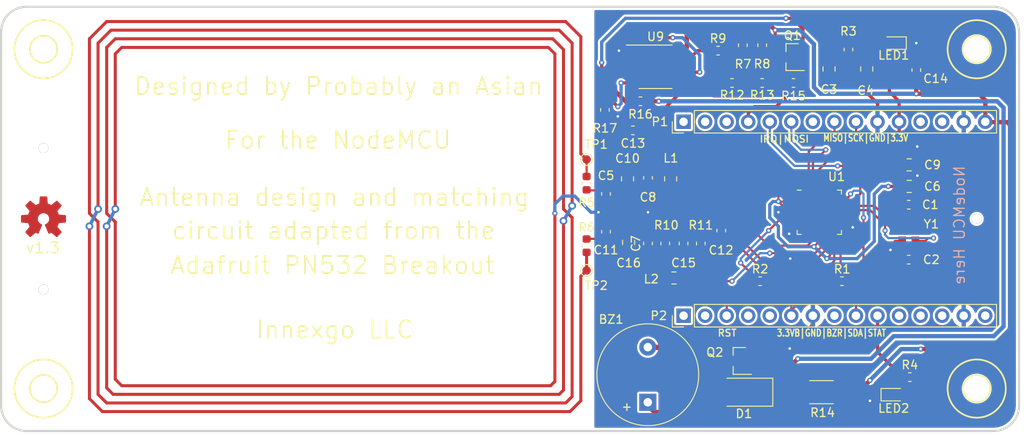
<source format=kicad_pcb>
(kicad_pcb (version 20171130) (host pcbnew "(5.1.5)-3")
  (layers (0 F.Cu signal) (31 B.Cu signal) (34 B.Paste user) (35 F.Paste user) (36 B.SilkS user) (37 F.SilkS user) (38 B.Mask user) (39 F.Mask user) (44 Edge.Cuts user))
  (net 0 "")
  (net 1 GND)
  (net 2 +5V)
  (net 3 "Net-(C1-Pad2)")
  (net 4 "Net-(C2-Pad2)")
  (net 5 +3V3)
  (net 6 "Net-(C10-Pad2)")
  (net 7 "Net-(C16-Pad2)")
  (net 8 "Net-(C10-Pad1)")
  (net 9 "Net-(C11-Pad1)")
  (net 10 "Net-(C12-Pad2)")
  (net 11 "Net-(C13-Pad2)")
  (net 12 "Net-(C15-Pad2)")
  (net 13 "Net-(C15-Pad1)")
  (net 14 "Net-(L1-Pad2)")
  (net 15 "Net-(L2-Pad1)")
  (net 16 "Net-(LED1-Pad2)")
  (net 17 "Net-(LED2-Pad2)")
  (net 18 "Net-(P1-Pad13)")
  (net 19 "Net-(P1-Pad12)")
  (net 20 /SCK)
  (net 21 /MISO)
  (net 22 "Net-(P1-Pad7)")
  (net 23 /MOSI)
  (net 24 /IRQ)
  (net 25 /GPIO-TH)
  (net 26 "Net-(P1-Pad3)")
  (net 27 "Net-(P1-Pad2)")
  (net 28 "Net-(P1-Pad1)")
  (net 29 "Net-(P2-Pad15)")
  (net 30 "Net-(P2-Pad13)")
  (net 31 "Net-(P2-Pad12)")
  (net 32 "Net-(P2-Pad11)")
  (net 33 /STATUS)
  (net 34 /SDA)
  (net 35 "Net-(P2-Pad8)")
  (net 36 +3.3VA)
  (net 37 "Net-(P2-Pad5)")
  (net 38 "Net-(P2-Pad4)")
  (net 39 /RST)
  (net 40 "Net-(P2-Pad2)")
  (net 41 "Net-(P2-Pad1)")
  (net 42 "Net-(Q1-Pad2)")
  (net 43 "Net-(Q1-Pad1)")
  (net 44 "Net-(Q2-Pad1)")
  (net 45 "Net-(R7-Pad1)")
  (net 46 "Net-(R12-Pad2)")
  (net 47 "Net-(R12-Pad1)")
  (net 48 /BZROSC)
  (net 49 "Net-(U1-Pad28)")
  (net 50 "Net-(U1-Pad27)")
  (net 51 "Net-(U1-Pad26)")
  (net 52 "Net-(U1-Pad25)")
  (net 53 "Net-(U1-Pad20)")
  (net 54 "Net-(U1-Pad19)")
  (net 55 "Net-(U1-Pad9)")
  (net 56 "Net-(U1-Pad8)")
  (net 57 "Net-(U1-Pad7)")
  (net 58 "Net-(U1-Pad1)")
  (net 59 "Net-(U9-Pad5)")
  (net 60 "Net-(BZ1-Pad2)")
  (net 61 "Net-(BZ1-Pad1)")
  (module Buzzer_Beeper:Buzzer_12x9.5RM6.5 (layer F.Cu) (at 112.1156 101.0654 90)
    (fp_text reference BZ1 (at 6.5266 -4.318 180) (layer F.SilkS))
    (fp_text value Buzzer)
    (fp_text user + (at -3.82 -2.54 90) (layer F.SilkS))
    (pad 2 thru_hole circle (at 3.25 0 90) (size 2 2) (drill 1) (layers *.Cu *.Mask) (net 60 "Net-(BZ1-Pad2)"))
    (pad 1 thru_hole rect (at -3.25 0 90) (size 2 2) (drill 1) (layers *.Cu *.Mask) (net 61 "Net-(BZ1-Pad1)"))
  )
  (module Capacitor_SMD:C_0805_2012Metric (layer F.Cu) (at 109.855 85.471 270)
    (fp_text reference C16 (at 2.413 0 180) (layer F.SilkS))
    (fp_text value 22pF)
    (pad 2 smd roundrect (at 0.9375 0 270) (size 0.975 1.4) (layers F.Cu F.Paste F.Mask) (net 7 "Net-(C16-Pad2)"))
    (pad 1 smd roundrect (at -0.9375 0 270) (size 0.975 1.4) (layers F.Cu F.Paste F.Mask) (net 9 "Net-(C11-Pad1)"))
  )
  (module Resistor_SMD:R_0603_1608Metric (layer F.Cu) (at 135.001 90.043 180)
    (fp_text reference R1 (at -0.0254 1.4224) (layer F.SilkS))
    (fp_text value 1.0K)
    (pad 2 smd roundrect (at 0.7875 0 180) (size 0.875 0.95) (layers F.Cu F.Paste F.Mask) (net 36 +3.3VA))
    (pad 1 smd roundrect (at -0.7875 0 180) (size 0.875 0.95) (layers F.Cu F.Paste F.Mask) (net 34 /SDA))
  )
  (module TestPoint:TestPoint_Pad_D1.0mm (layer F.Cu) (at 104.902 75.692)
    (fp_text reference TP1 (at 1.143 -1.778) (layer F.SilkS))
    (fp_text value TestPoint_Probe)
    (pad 1 smd circle (at 0 0) (size 1 1) (layers F.Cu F.Mask) (net 1 GND))
  )
  (module TestPoint:TestPoint_Pad_D1.0mm (layer F.Cu) (at 104.902 88.773)
    (fp_text reference TP2 (at 1.143 1.778) (layer F.SilkS))
    (fp_text value TestPoint_Probe)
    (pad 1 smd circle (at 0 0) (size 1 1) (layers F.Cu F.Mask) (net 1 GND))
  )
  (module Oscillator:Oscillator_SMD_EuroQuartz_XO32-4Pin_3.2x2.5mm (layer F.Cu) (at 142.875 84.201 90)
    (fp_text reference Y1 (at 0.889 2.667 180) (layer F.SilkS))
    (fp_text value "27.12 MHz")
    (pad 4 smd rect (at -1.075 -0.775 90) (size 1 0.9) (layers F.Cu F.Paste F.Mask) (net 1 GND))
    (pad 3 smd rect (at 1.075 -0.775 90) (size 1 0.9) (layers F.Cu F.Paste F.Mask) (net 3 "Net-(C1-Pad2)"))
    (pad 2 smd rect (at 1.075 0.775 90) (size 1 0.9) (layers F.Cu F.Paste F.Mask) (net 1 GND))
    (pad 1 smd rect (at -1.075 0.775 90) (size 1 0.9) (layers F.Cu F.Paste F.Mask) (net 4 "Net-(C2-Pad2)"))
  )
  (module Package_SO:SOIC-8_3.9x4.9mm_P1.27mm (layer F.Cu) (at 113.03 64.77)
    (fp_text reference U9 (at 0 -3.556) (layer F.SilkS))
    (fp_text value NE555)
    (pad 8 smd roundrect (at 2.475 -1.905) (size 1.95 0.6) (layers F.Cu F.Paste F.Mask) (net 2 +5V))
    (pad 7 smd roundrect (at 2.475 -0.635) (size 1.95 0.6) (layers F.Cu F.Paste F.Mask) (net 46 "Net-(R12-Pad2)"))
    (pad 6 smd roundrect (at 2.475 0.635) (size 1.95 0.6) (layers F.Cu F.Paste F.Mask) (net 11 "Net-(C13-Pad2)"))
    (pad 5 smd roundrect (at 2.475 1.905) (size 1.95 0.6) (layers F.Cu F.Paste F.Mask) (net 59 "Net-(U9-Pad5)"))
    (pad 4 smd roundrect (at -2.475 1.905) (size 1.95 0.6) (layers F.Cu F.Paste F.Mask) (net 42 "Net-(Q1-Pad2)"))
    (pad 3 smd roundrect (at -2.475 0.635) (size 1.95 0.6) (layers F.Cu F.Paste F.Mask) (net 48 /BZROSC))
    (pad 2 smd roundrect (at -2.475 -0.635) (size 1.95 0.6) (layers F.Cu F.Paste F.Mask) (net 11 "Net-(C13-Pad2)"))
    (pad 1 smd roundrect (at -2.475 -1.905) (size 1.95 0.6) (layers F.Cu F.Paste F.Mask) (net 1 GND))
  )
  (module Package_DFN_QFN:QFN-32-1EP_5x5mm_P0.5mm_EP3.1x3.1mm (layer F.Cu) (at 132.334 81.915)
    (fp_text reference U1 (at 2.032 -4.191) (layer F.SilkS))
    (fp_text value MFRC522)
    (pad 33 smd roundrect (at 0 0) (size 3.1 3.1) (layers F.Cu F.Mask) (roundrect_rratio 0.08064499999999999))
    (pad 1 smd roundrect (at -2.4375 -1.75) (size 0.875 0.25) (layers F.Cu F.Paste F.Mask) (net 58 "Net-(U1-Pad1)"))
    (pad 2 smd roundrect (at -2.4375 -1.25) (size 0.875 0.25) (layers F.Cu F.Paste F.Mask) (net 5 +3V3))
    (pad 3 smd roundrect (at -2.4375 -0.75) (size 0.875 0.25) (layers F.Cu F.Paste F.Mask) (net 5 +3V3))
    (pad 4 smd roundrect (at -2.4375 -0.25) (size 0.875 0.25) (layers F.Cu F.Paste F.Mask) (net 1 GND))
    (pad 5 smd roundrect (at -2.4375 0.25) (size 0.875 0.25) (layers F.Cu F.Paste F.Mask) (net 1 GND))
    (pad 6 smd roundrect (at -2.4375 0.75) (size 0.875 0.25) (layers F.Cu F.Paste F.Mask) (net 39 /RST))
    (pad 7 smd roundrect (at -2.4375 1.25) (size 0.875 0.25) (layers F.Cu F.Paste F.Mask) (net 57 "Net-(U1-Pad7)"))
    (pad 8 smd roundrect (at -2.4375 1.75) (size 0.875 0.25) (layers F.Cu F.Paste F.Mask) (net 56 "Net-(U1-Pad8)"))
    (pad 9 smd roundrect (at -1.75 2.4375) (size 0.25 0.875) (layers F.Cu F.Paste F.Mask) (net 55 "Net-(U1-Pad9)"))
    (pad 10 smd roundrect (at -1.25 2.4375) (size 0.25 0.875) (layers F.Cu F.Paste F.Mask) (net 1 GND))
    (pad 11 smd roundrect (at -0.75 2.4375) (size 0.25 0.875) (layers F.Cu F.Paste F.Mask) (net 14 "Net-(L1-Pad2)"))
    (pad 12 smd roundrect (at -0.25 2.4375) (size 0.25 0.875) (layers F.Cu F.Paste F.Mask) (net 5 +3V3))
    (pad 13 smd roundrect (at 0.25 2.4375) (size 0.25 0.875) (layers F.Cu F.Paste F.Mask) (net 15 "Net-(L2-Pad1)"))
    (pad 14 smd roundrect (at 0.75 2.4375) (size 0.25 0.875) (layers F.Cu F.Paste F.Mask) (net 1 GND))
    (pad 15 smd roundrect (at 1.25 2.4375) (size 0.25 0.875) (layers F.Cu F.Paste F.Mask) (net 5 +3V3))
    (pad 16 smd roundrect (at 1.75 2.4375) (size 0.25 0.875) (layers F.Cu F.Paste F.Mask) (net 10 "Net-(C12-Pad2)"))
    (pad 17 smd roundrect (at 2.4375 1.75) (size 0.875 0.25) (layers F.Cu F.Paste F.Mask) (net 13 "Net-(C15-Pad1)"))
    (pad 18 smd roundrect (at 2.4375 1.25) (size 0.875 0.25) (layers F.Cu F.Paste F.Mask) (net 1 GND))
    (pad 19 smd roundrect (at 2.4375 0.75) (size 0.875 0.25) (layers F.Cu F.Paste F.Mask) (net 54 "Net-(U1-Pad19)"))
    (pad 20 smd roundrect (at 2.4375 0.25) (size 0.875 0.25) (layers F.Cu F.Paste F.Mask) (net 53 "Net-(U1-Pad20)"))
    (pad 21 smd roundrect (at 2.4375 -0.25) (size 0.875 0.25) (layers F.Cu F.Paste F.Mask) (net 4 "Net-(C2-Pad2)"))
    (pad 22 smd roundrect (at 2.4375 -0.75) (size 0.875 0.25) (layers F.Cu F.Paste F.Mask) (net 3 "Net-(C1-Pad2)"))
    (pad 23 smd roundrect (at 2.4375 -1.25) (size 0.875 0.25) (layers F.Cu F.Paste F.Mask) (net 24 /IRQ))
    (pad 24 smd roundrect (at 2.4375 -1.75) (size 0.875 0.25) (layers F.Cu F.Paste F.Mask) (net 34 /SDA))
    (pad 25 smd roundrect (at 1.75 -2.4375) (size 0.25 0.875) (layers F.Cu F.Paste F.Mask) (net 52 "Net-(U1-Pad25)"))
    (pad 26 smd roundrect (at 1.25 -2.4375) (size 0.25 0.875) (layers F.Cu F.Paste F.Mask) (net 51 "Net-(U1-Pad26)"))
    (pad 27 smd roundrect (at 0.75 -2.4375) (size 0.25 0.875) (layers F.Cu F.Paste F.Mask) (net 50 "Net-(U1-Pad27)"))
    (pad 28 smd roundrect (at 0.25 -2.4375) (size 0.25 0.875) (layers F.Cu F.Paste F.Mask) (net 49 "Net-(U1-Pad28)"))
    (pad 29 smd roundrect (at -0.25 -2.4375) (size 0.25 0.875) (layers F.Cu F.Paste F.Mask) (net 20 /SCK))
    (pad 30 smd roundrect (at -0.75 -2.4375) (size 0.25 0.875) (layers F.Cu F.Paste F.Mask) (net 23 /MOSI))
    (pad 31 smd roundrect (at -1.25 -2.4375) (size 0.25 0.875) (layers F.Cu F.Paste F.Mask) (net 21 /MISO))
    (pad 32 smd roundrect (at -1.75 -2.4375) (size 0.25 0.875) (layers F.Cu F.Paste F.Mask) (net 5 +3V3))
  )
  (module Resistor_SMD:R_0603_1608Metric (layer F.Cu) (at 107.061 69.85 270)
    (fp_text reference R17 (at 2.159 0) (layer F.SilkS))
    (fp_text value 3.3K)
    (pad 2 smd roundrect (at 0.7875 0 270) (size 0.875 0.95) (layers F.Cu F.Paste F.Mask) (net 1 GND))
    (pad 1 smd roundrect (at -0.7875 0 270) (size 0.875 0.95) (layers F.Cu F.Paste F.Mask) (net 42 "Net-(Q1-Pad2)"))
  )
  (module Resistor_SMD:R_0603_1608Metric (layer F.Cu) (at 111.252 68.834)
    (fp_text reference R16 (at 0 1.524) (layer F.SilkS))
    (fp_text value 200)
    (pad 2 smd roundrect (at 0.7875 0) (size 0.875 0.95) (layers F.Cu F.Paste F.Mask) (net 44 "Net-(Q2-Pad1)"))
    (pad 1 smd roundrect (at -0.7875 0) (size 0.875 0.95) (layers F.Cu F.Paste F.Mask) (net 48 /BZROSC))
  )
  (module Resistor_SMD:R_0603_1608Metric (layer F.Cu) (at 129.286 66.675 180)
    (fp_text reference R15 (at 0 -1.524) (layer F.SilkS))
    (fp_text value 9.1K)
    (pad 2 smd roundrect (at 0.7875 0 180) (size 0.875 0.95) (layers F.Cu F.Paste F.Mask) (net 25 /GPIO-TH))
    (pad 1 smd roundrect (at -0.7875 0 180) (size 0.875 0.95) (layers F.Cu F.Paste F.Mask) (net 43 "Net-(Q1-Pad1)"))
  )
  (module Resistor_SMD:R_2010_5025Metric (layer F.Cu) (at 132.588 103.124 180)
    (fp_text reference R14 (at -0.127 -2.413) (layer F.SilkS))
    (fp_text value 39)
    (pad 2 smd roundrect (at 2.25 0 180) (size 1.35 2.65) (layers F.Cu F.Paste F.Mask) (roundrect_rratio 0.185185) (net 61 "Net-(BZ1-Pad1)"))
    (pad 1 smd roundrect (at -2.25 0 180) (size 1.35 2.65) (layers F.Cu F.Paste F.Mask) (roundrect_rratio 0.185185) (net 2 +5V))
  )
  (module Resistor_SMD:R_0603_1608Metric (layer F.Cu) (at 125.603 66.675 180)
    (fp_text reference R13 (at 0 -1.43) (layer F.SilkS))
    (fp_text value 2K)
    (pad 2 smd roundrect (at 0.7875 0 180) (size 0.875 0.95) (layers F.Cu F.Paste F.Mask) (net 47 "Net-(R12-Pad1)"))
    (pad 1 smd roundrect (at -0.7875 0 180) (size 0.875 0.95) (layers F.Cu F.Paste F.Mask) (net 11 "Net-(C13-Pad2)"))
  )
  (module Resistor_SMD:R_0603_1608Metric (layer F.Cu) (at 122.047 66.675 180)
    (fp_text reference R12 (at 0 -1.43) (layer F.SilkS))
    (fp_text value 68K)
    (pad 2 smd roundrect (at 0.7875 0 180) (size 0.875 0.95) (layers F.Cu F.Paste F.Mask) (net 46 "Net-(R12-Pad2)"))
    (pad 1 smd roundrect (at -0.7875 0 180) (size 0.875 0.95) (layers F.Cu F.Paste F.Mask) (net 47 "Net-(R12-Pad1)"))
  )
  (module Resistor_SMD:R_0603_1608Metric (layer F.Cu) (at 118.364 85.598 90)
    (fp_text reference R11 (at 2.159 0 180) (layer F.SilkS))
    (fp_text value 1.0K)
    (pad 2 smd roundrect (at 0.7875 0 90) (size 0.875 0.95) (layers F.Cu F.Paste F.Mask) (net 10 "Net-(C12-Pad2)"))
    (pad 1 smd roundrect (at -0.7875 0 90) (size 0.875 0.95) (layers F.Cu F.Paste F.Mask) (net 13 "Net-(C15-Pad1)"))
  )
  (module Resistor_SMD:R_0603_1608Metric (layer F.Cu) (at 114.173 85.598 270)
    (fp_text reference R10 (at -2.159 -0.127 180) (layer F.SilkS))
    (fp_text value 1.69K)
    (pad 2 smd roundrect (at 0.7875 0 270) (size 0.875 0.95) (layers F.Cu F.Paste F.Mask) (net 7 "Net-(C16-Pad2)"))
    (pad 1 smd roundrect (at -0.7875 0 270) (size 0.875 0.95) (layers F.Cu F.Paste F.Mask) (net 12 "Net-(C15-Pad2)"))
  )
  (module Resistor_SMD:R_0603_1608Metric (layer F.Cu) (at 120.396 62.865)
    (fp_text reference R9 (at 0 -1.43) (layer F.SilkS))
    (fp_text value 68)
    (pad 2 smd roundrect (at 0.7875 0) (size 0.875 0.95) (layers F.Cu F.Paste F.Mask) (net 45 "Net-(R7-Pad1)"))
    (pad 1 smd roundrect (at -0.7875 0) (size 0.875 0.95) (layers F.Cu F.Paste F.Mask) (net 46 "Net-(R12-Pad2)"))
  )
  (module Resistor_SMD:R_0603_1608Metric (layer F.Cu) (at 125.603 62.23 90)
    (fp_text reference R8 (at -2.20218 -0.01524 180) (layer F.SilkS))
    (fp_text value 18K)
    (pad 2 smd roundrect (at 0.7875 0 90) (size 0.875 0.95) (layers F.Cu F.Paste F.Mask) (net 2 +5V))
    (pad 1 smd roundrect (at -0.7875 0 90) (size 0.875 0.95) (layers F.Cu F.Paste F.Mask) (net 45 "Net-(R7-Pad1)"))
  )
  (module Resistor_SMD:R_0603_1608Metric (layer F.Cu) (at 123.317 62.23 90)
    (fp_text reference R7 (at -2.22 0.023) (layer F.SilkS))
    (fp_text value 18K)
    (pad 2 smd roundrect (at 0.7875 0 90) (size 0.875 0.95) (layers F.Cu F.Paste F.Mask) (net 2 +5V))
    (pad 1 smd roundrect (at -0.7875 0 90) (size 0.875 0.95) (layers F.Cu F.Paste F.Mask) (net 45 "Net-(R7-Pad1)"))
  )
  (module Resistor_SMD:R_0603_1608Metric (layer F.Cu) (at 104.902 85.852 270)
    (fp_text reference R6 (at -2.159 0 180) (layer F.SilkS))
    (fp_text value 1.5)
    (pad 2 smd roundrect (at 0.7875 0 270) (size 0.875 0.95) (layers F.Cu F.Paste F.Mask) (net 1 GND))
    (pad 1 smd roundrect (at -0.7875 0 270) (size 0.875 0.95) (layers F.Cu F.Paste F.Mask) (net 9 "Net-(C11-Pad1)"))
  )
  (module Resistor_SMD:R_0603_1608Metric (layer F.Cu) (at 104.902 78.486 270)
    (fp_text reference R5 (at 2.286 0 180) (layer F.SilkS))
    (fp_text value 1.5)
    (pad 2 smd roundrect (at 0.7875 0 270) (size 0.875 0.95) (layers F.Cu F.Paste F.Mask) (net 6 "Net-(C10-Pad2)"))
    (pad 1 smd roundrect (at -0.7875 0 270) (size 0.875 0.95) (layers F.Cu F.Paste F.Mask) (net 1 GND))
  )
  (module Resistor_SMD:R_0603_1608Metric (layer F.Cu) (at 143.002 101.346)
    (fp_text reference R4 (at 0 -1.43) (layer F.SilkS))
    (fp_text value 24)
    (pad 2 smd roundrect (at 0.7875 0) (size 0.875 0.95) (layers F.Cu F.Paste F.Mask) (net 17 "Net-(LED2-Pad2)"))
    (pad 1 smd roundrect (at -0.7875 0) (size 0.875 0.95) (layers F.Cu F.Paste F.Mask) (net 33 /STATUS))
  )
  (module Resistor_SMD:R_0603_1608Metric (layer F.Cu) (at 135.763 62.738 90)
    (fp_text reference R3 (at 2.159 0 180) (layer F.SilkS))
    (fp_text value 15)
    (pad 2 smd roundrect (at 0.7875 0 90) (size 0.875 0.95) (layers F.Cu F.Paste F.Mask) (net 16 "Net-(LED1-Pad2)"))
    (pad 1 smd roundrect (at -0.7875 0 90) (size 0.875 0.95) (layers F.Cu F.Paste F.Mask) (net 5 +3V3))
  )
  (module Resistor_SMD:R_0603_1608Metric (layer F.Cu) (at 125.349 90.043)
    (fp_text reference R2 (at 0 -1.43) (layer F.SilkS))
    (fp_text value 1.0K)
    (pad 2 smd roundrect (at 0.7875 0) (size 0.875 0.95) (layers F.Cu F.Paste F.Mask) (net 36 +3.3VA))
    (pad 1 smd roundrect (at -0.7875 0) (size 0.875 0.95) (layers F.Cu F.Paste F.Mask) (net 39 /RST))
  )
  (module Package_TO_SOT_SMD:SOT-23 (layer F.Cu) (at 122.936 99.441 180)
    (fp_text reference Q2 (at 2.921 1.016) (layer F.SilkS))
    (fp_text value Q_NPN_BEC)
    (pad 3 smd rect (at 1 0 180) (size 0.9 0.8) (layers F.Cu F.Paste F.Mask) (net 60 "Net-(BZ1-Pad2)"))
    (pad 2 smd rect (at -1 0.95 180) (size 0.9 0.8) (layers F.Cu F.Paste F.Mask) (net 1 GND))
    (pad 1 smd rect (at -1 -0.95 180) (size 0.9 0.8) (layers F.Cu F.Paste F.Mask) (net 44 "Net-(Q2-Pad1)"))
  )
  (module Package_TO_SOT_SMD:SOT-23 (layer F.Cu) (at 129.159 63.627 180)
    (fp_text reference Q1 (at 0 2.54) (layer F.SilkS))
    (fp_text value Q_NPN_BEC)
    (pad 3 smd rect (at 1 0 180) (size 0.9 0.8) (layers F.Cu F.Paste F.Mask) (net 2 +5V))
    (pad 2 smd rect (at -1 0.95 180) (size 0.9 0.8) (layers F.Cu F.Paste F.Mask) (net 42 "Net-(Q1-Pad2)"))
    (pad 1 smd rect (at -1 -0.95 180) (size 0.9 0.8) (layers F.Cu F.Paste F.Mask) (net 43 "Net-(Q1-Pad1)"))
  )
  (module Connector_PinHeader_2.54mm:PinHeader_1x15_P2.54mm_Vertical (layer F.Cu) (at 116.332 94.107 90)
    (fp_text reference P2 (at 0 -2.921 180) (layer F.SilkS))
    (fp_text value "ESP32 NODEMCU DEVKIT1 RIGHT HEADER-MALE-2.54")
    (pad 15 thru_hole oval (at 0 35.56 90) (size 1.7 1.7) (drill 1) (layers *.Cu *.Mask) (net 29 "Net-(P2-Pad15)"))
    (pad 14 thru_hole oval (at 0 33.02 90) (size 1.7 1.7) (drill 1) (layers *.Cu *.Mask) (net 1 GND))
    (pad 13 thru_hole oval (at 0 30.48 90) (size 1.7 1.7) (drill 1) (layers *.Cu *.Mask) (net 30 "Net-(P2-Pad13)"))
    (pad 12 thru_hole oval (at 0 27.94 90) (size 1.7 1.7) (drill 1) (layers *.Cu *.Mask) (net 31 "Net-(P2-Pad12)"))
    (pad 11 thru_hole oval (at 0 25.4 90) (size 1.7 1.7) (drill 1) (layers *.Cu *.Mask) (net 32 "Net-(P2-Pad11)"))
    (pad 10 thru_hole oval (at 0 22.86 90) (size 1.7 1.7) (drill 1) (layers *.Cu *.Mask) (net 33 /STATUS))
    (pad 9 thru_hole oval (at 0 20.32 90) (size 1.7 1.7) (drill 1) (layers *.Cu *.Mask) (net 34 /SDA))
    (pad 8 thru_hole oval (at 0 17.78 90) (size 1.7 1.7) (drill 1) (layers *.Cu *.Mask) (net 35 "Net-(P2-Pad8)"))
    (pad 7 thru_hole oval (at 0 15.24 90) (size 1.7 1.7) (drill 1) (layers *.Cu *.Mask) (net 1 GND))
    (pad 6 thru_hole oval (at 0 12.7 90) (size 1.7 1.7) (drill 1) (layers *.Cu *.Mask) (net 36 +3.3VA))
    (pad 5 thru_hole oval (at 0 10.16 90) (size 1.7 1.7) (drill 1) (layers *.Cu *.Mask) (net 37 "Net-(P2-Pad5)"))
    (pad 4 thru_hole oval (at 0 7.62 90) (size 1.7 1.7) (drill 1) (layers *.Cu *.Mask) (net 38 "Net-(P2-Pad4)"))
    (pad 3 thru_hole oval (at 0 5.08 90) (size 1.7 1.7) (drill 1) (layers *.Cu *.Mask) (net 39 /RST))
    (pad 2 thru_hole oval (at 0 2.54 90) (size 1.7 1.7) (drill 1) (layers *.Cu *.Mask) (net 40 "Net-(P2-Pad2)"))
    (pad 1 thru_hole rect (at 0 0 90) (size 1.7 1.7) (drill 1) (layers *.Cu *.Mask) (net 41 "Net-(P2-Pad1)"))
  )
  (module Connector_PinHeader_2.54mm:PinHeader_1x15_P2.54mm_Vertical (layer F.Cu) (at 116.332 71.247 90)
    (fp_text reference P1 (at 0 -2.794 180) (layer F.SilkS))
    (fp_text value "ESP32 NODEMCU DEVKIT1 LEFT HEADER-MALE-2.54")
    (pad 15 thru_hole oval (at 0 35.56 90) (size 1.7 1.7) (drill 1) (layers *.Cu *.Mask) (net 2 +5V))
    (pad 14 thru_hole oval (at 0 33.02 90) (size 1.7 1.7) (drill 1) (layers *.Cu *.Mask) (net 1 GND))
    (pad 13 thru_hole oval (at 0 30.48 90) (size 1.7 1.7) (drill 1) (layers *.Cu *.Mask) (net 18 "Net-(P1-Pad13)"))
    (pad 12 thru_hole oval (at 0 27.94 90) (size 1.7 1.7) (drill 1) (layers *.Cu *.Mask) (net 19 "Net-(P1-Pad12)"))
    (pad 11 thru_hole oval (at 0 25.4 90) (size 1.7 1.7) (drill 1) (layers *.Cu *.Mask) (net 5 +3V3))
    (pad 10 thru_hole oval (at 0 22.86 90) (size 1.7 1.7) (drill 1) (layers *.Cu *.Mask) (net 1 GND))
    (pad 9 thru_hole oval (at 0 20.32 90) (size 1.7 1.7) (drill 1) (layers *.Cu *.Mask) (net 20 /SCK))
    (pad 8 thru_hole oval (at 0 17.78 90) (size 1.7 1.7) (drill 1) (layers *.Cu *.Mask) (net 21 /MISO))
    (pad 7 thru_hole oval (at 0 15.24 90) (size 1.7 1.7) (drill 1) (layers *.Cu *.Mask) (net 22 "Net-(P1-Pad7)"))
    (pad 6 thru_hole oval (at 0 12.7 90) (size 1.7 1.7) (drill 1) (layers *.Cu *.Mask) (net 23 /MOSI))
    (pad 5 thru_hole oval (at 0 10.16 90) (size 1.7 1.7) (drill 1) (layers *.Cu *.Mask) (net 24 /IRQ))
    (pad 4 thru_hole oval (at 0 7.62 90) (size 1.7 1.7) (drill 1) (layers *.Cu *.Mask) (net 25 /GPIO-TH))
    (pad 3 thru_hole oval (at 0 5.08 90) (size 1.7 1.7) (drill 1) (layers *.Cu *.Mask) (net 26 "Net-(P1-Pad3)"))
    (pad 2 thru_hole oval (at 0 2.54 90) (size 1.7 1.7) (drill 1) (layers *.Cu *.Mask) (net 27 "Net-(P1-Pad2)"))
    (pad 1 thru_hole rect (at 0 0 90) (size 1.7 1.7) (drill 1) (layers *.Cu *.Mask) (net 28 "Net-(P1-Pad1)"))
  )
  (module LED_SMD:LED_0603_1608Metric (layer F.Cu) (at 141.097 103.416)
    (fp_text reference LED2 (at 0 1.613) (layer F.SilkS))
    (fp_text value LED)
    (pad 2 smd roundrect (at 0.7875 0) (size 0.875 0.95) (layers F.Cu F.Paste F.Mask) (net 17 "Net-(LED2-Pad2)"))
    (pad 1 smd roundrect (at -0.7875 0) (size 0.875 0.95) (layers F.Cu F.Paste F.Mask) (net 1 GND))
  )
  (module LED_SMD:LED_0603_1608Metric (layer F.Cu) (at 141.097 61.976 180)
    (fp_text reference LED1 (at 0 -1.43) (layer F.SilkS))
    (fp_text value LED)
    (pad 2 smd roundrect (at 0.7875 0 180) (size 0.875 0.95) (layers F.Cu F.Paste F.Mask) (net 16 "Net-(LED1-Pad2)"))
    (pad 1 smd roundrect (at -0.7875 0 180) (size 0.875 0.95) (layers F.Cu F.Paste F.Mask) (net 1 GND))
  )
  (module Inductor_SMD:L_0805_2012Metric (layer F.Cu) (at 115.189 89.662 180)
    (fp_text reference L2 (at 2.667 -0.127) (layer F.SilkS))
    (fp_text value 560nH)
    (pad 2 smd roundrect (at 0.9375 0 180) (size 0.975 1.4) (layers F.Cu F.Paste F.Mask) (net 7 "Net-(C16-Pad2)"))
    (pad 1 smd roundrect (at -0.9375 0 180) (size 0.975 1.4) (layers F.Cu F.Paste F.Mask) (net 15 "Net-(L2-Pad1)"))
  )
  (module Inductor_SMD:L_0805_2012Metric (layer F.Cu) (at 114.808 77.978 270)
    (fp_text reference L1 (at -2.4384 -0.0254 180) (layer F.SilkS))
    (fp_text value 560nH)
    (pad 2 smd roundrect (at 0.9375 0 270) (size 0.975 1.4) (layers F.Cu F.Paste F.Mask) (net 14 "Net-(L1-Pad2)"))
    (pad 1 smd roundrect (at -0.9375 0 270) (size 0.975 1.4) (layers F.Cu F.Paste F.Mask) (net 8 "Net-(C10-Pad1)"))
  )
  (module Diode_SMD:D_SMA (layer F.Cu) (at 123.444 103.124 180)
    (fp_text reference D1 (at 0 -2.54) (layer F.SilkS))
    (fp_text value D_Schottky)
    (pad 2 smd rect (at 2 0 180) (size 2.5 1.8) (layers F.Cu F.Paste F.Mask) (net 60 "Net-(BZ1-Pad2)"))
    (pad 1 smd rect (at -2 0 180) (size 2.5 1.8) (layers F.Cu F.Paste F.Mask) (net 61 "Net-(BZ1-Pad1)"))
  )
  (module Capacitor_SMD:C_0603_1608Metric (layer F.Cu) (at 116.332 85.598 90)
    (fp_text reference C15 (at -2.286 0 180) (layer F.SilkS))
    (fp_text value 1nF)
    (pad 2 smd roundrect (at 0.7875 0 90) (size 0.875 0.95) (layers F.Cu F.Paste F.Mask) (net 12 "Net-(C15-Pad2)"))
    (pad 1 smd roundrect (at -0.7875 0 90) (size 0.875 0.95) (layers F.Cu F.Paste F.Mask) (net 13 "Net-(C15-Pad1)"))
  )
  (module Capacitor_SMD:C_0603_1608Metric (layer F.Cu) (at 143.764 65.151 90)
    (fp_text reference C14 (at -1.016 2.286 180) (layer F.SilkS))
    (fp_text value 10nF)
    (pad 2 smd roundrect (at 0.7875 0 90) (size 0.875 0.95) (layers F.Cu F.Paste F.Mask) (net 1 GND))
    (pad 1 smd roundrect (at -0.7875 0 90) (size 0.875 0.95) (layers F.Cu F.Paste F.Mask) (net 2 +5V))
  )
  (module Capacitor_SMD:C_0603_1608Metric (layer F.Cu) (at 110.363 72.263)
    (fp_text reference C13 (at 0 1.524) (layer F.SilkS))
    (fp_text value 22nF)
    (pad 2 smd roundrect (at 0.7875 0) (size 0.875 0.95) (layers F.Cu F.Paste F.Mask) (net 11 "Net-(C13-Pad2)"))
    (pad 1 smd roundrect (at -0.7875 0) (size 0.875 0.95) (layers F.Cu F.Paste F.Mask) (net 1 GND))
  )
  (module Capacitor_SMD:C_0603_1608Metric (layer F.Cu) (at 120.777 84.074 270)
    (fp_text reference C12 (at 2.3114 0.0254 180) (layer F.SilkS))
    (fp_text value 100nF)
    (pad 2 smd roundrect (at 0.7875 0 270) (size 0.875 0.95) (layers F.Cu F.Paste F.Mask) (net 10 "Net-(C12-Pad2)"))
    (pad 1 smd roundrect (at -0.7875 0 270) (size 0.875 0.95) (layers F.Cu F.Paste F.Mask) (net 1 GND))
  )
  (module Capacitor_SMD:C_0603_1608Metric (layer F.Cu) (at 107.188 84.201 90)
    (fp_text reference C11 (at -2.159 0 180) (layer F.SilkS))
    (fp_text value 100pF)
    (pad 2 smd roundrect (at 0.7875 0 90) (size 0.875 0.95) (layers F.Cu F.Paste F.Mask) (net 1 GND))
    (pad 1 smd roundrect (at -0.7875 0 90) (size 0.875 0.95) (layers F.Cu F.Paste F.Mask) (net 9 "Net-(C11-Pad1)"))
  )
  (module Capacitor_SMD:C_0805_2012Metric (layer F.Cu) (at 109.728 77.978 270)
    (fp_text reference C10 (at -2.413 0 180) (layer F.SilkS))
    (fp_text value 22pF)
    (pad 2 smd roundrect (at 0.9375 0 270) (size 0.975 1.4) (layers F.Cu F.Paste F.Mask) (net 6 "Net-(C10-Pad2)"))
    (pad 1 smd roundrect (at -0.9375 0 270) (size 0.975 1.4) (layers F.Cu F.Paste F.Mask) (net 8 "Net-(C10-Pad1)"))
  )
  (module Capacitor_SMD:C_0805_2012Metric (layer F.Cu) (at 142.926 76.327)
    (fp_text reference C9 (at 2.743 0) (layer F.SilkS))
    (fp_text value 1uF)
    (pad 2 smd roundrect (at 0.9375 0) (size 0.975 1.4) (layers F.Cu F.Paste F.Mask) (net 1 GND))
    (pad 1 smd roundrect (at -0.9375 0) (size 0.975 1.4) (layers F.Cu F.Paste F.Mask) (net 5 +3V3))
  )
  (module Capacitor_SMD:C_0603_1608Metric (layer F.Cu) (at 112.141 77.851 90)
    (fp_text reference C8 (at -2.286 0 180) (layer F.SilkS))
    (fp_text value 220pF)
    (pad 2 smd roundrect (at 0.7875 0 90) (size 0.875 0.95) (layers F.Cu F.Paste F.Mask) (net 8 "Net-(C10-Pad1)"))
    (pad 1 smd roundrect (at -0.7875 0 90) (size 0.875 0.95) (layers F.Cu F.Paste F.Mask) (net 1 GND))
  )
  (module Capacitor_SMD:C_0603_1608Metric (layer F.Cu) (at 112.141 85.598 90)
    (fp_text reference C7 (at 0 -1.43 90) (layer F.SilkS))
    (fp_text value 220pF)
    (pad 2 smd roundrect (at 0.7875 0 90) (size 0.875 0.95) (layers F.Cu F.Paste F.Mask) (net 1 GND))
    (pad 1 smd roundrect (at -0.7875 0 90) (size 0.875 0.95) (layers F.Cu F.Paste F.Mask) (net 7 "Net-(C16-Pad2)"))
  )
  (module Capacitor_SMD:C_0805_2012Metric (layer F.Cu) (at 142.926 78.867)
    (fp_text reference C6 (at 2.743 0) (layer F.SilkS))
    (fp_text value 1uF)
    (pad 2 smd roundrect (at 0.9375 0) (size 0.975 1.4) (layers F.Cu F.Paste F.Mask) (net 1 GND))
    (pad 1 smd roundrect (at -0.9375 0) (size 0.975 1.4) (layers F.Cu F.Paste F.Mask) (net 5 +3V3))
  )
  (module Capacitor_SMD:C_0603_1608Metric (layer F.Cu) (at 107.188 79.756 90)
    (fp_text reference C5 (at 2.159 0 180) (layer F.SilkS))
    (fp_text value 100pF)
    (pad 2 smd roundrect (at 0.7875 0 90) (size 0.875 0.95) (layers F.Cu F.Paste F.Mask) (net 6 "Net-(C10-Pad2)"))
    (pad 1 smd roundrect (at -0.7875 0 90) (size 0.875 0.95) (layers F.Cu F.Paste F.Mask) (net 1 GND))
  )
  (module Capacitor_SMD:C_0805_2012Metric (layer F.Cu) (at 137.922 65.024 270)
    (fp_text reference C4 (at 2.54 0.127 180) (layer F.SilkS))
    (fp_text value C_Small)
    (pad 2 smd roundrect (at 0.9375 0 270) (size 0.975 1.4) (layers F.Cu F.Paste F.Mask) (net 1 GND))
    (pad 1 smd roundrect (at -0.9375 0 270) (size 0.975 1.4) (layers F.Cu F.Paste F.Mask) (net 5 +3V3))
  )
  (module Capacitor_SMD:C_0805_2012Metric (layer F.Cu) (at 133.477 65.024 270)
    (fp_text reference C3 (at 2.413 0 180) (layer F.SilkS))
    (fp_text value C_Small)
    (pad 2 smd roundrect (at 0.9375 0 270) (size 0.975 1.4) (layers F.Cu F.Paste F.Mask) (net 1 GND))
    (pad 1 smd roundrect (at -0.9375 0 270) (size 0.975 1.4) (layers F.Cu F.Paste F.Mask) (net 5 +3V3))
  )
  (module Capacitor_SMD:C_0603_1608Metric (layer F.Cu) (at 142.875 87.503)
    (fp_text reference C2 (at 2.667 0) (layer F.SilkS))
    (fp_text value 33pF)
    (pad 2 smd roundrect (at 0.7875 0) (size 0.875 0.95) (layers F.Cu F.Paste F.Mask) (net 4 "Net-(C2-Pad2)"))
    (pad 1 smd roundrect (at -0.7875 0) (size 0.875 0.95) (layers F.Cu F.Paste F.Mask) (net 1 GND))
  )
  (module Capacitor_SMD:C_0603_1608Metric (layer F.Cu) (at 142.875 81.026 180)
    (fp_text reference C1 (at -2.54 0) (layer F.SilkS))
    (fp_text value 33pF)
    (pad 2 smd roundrect (at 0.7875 0 180) (size 0.875 0.95) (layers F.Cu F.Paste F.Mask) (net 3 "Net-(C1-Pad2)"))
    (pad 1 smd roundrect (at -0.7875 0 180) (size 0.875 0.95) (layers F.Cu F.Paste F.Mask) (net 1 GND))
  )
  (module easyeda:TOOLING_HOLE_JLCPCB (layer F.Cu) (at 150.885 82.696)
    (fp_text reference U8 hide)
    (fp_text value "Tooling Hole" hide)
    (pad 1 thru_hole circle (at 0 0) (size 1.152 1.152) (drill 1.152) (layers *.Cu *.Paste *.Mask))
  )
  (module easyeda:TOOLING_HOLE_JLCPCB (layer F.Cu) (at 40.885 91.029)
    (fp_text reference U7 hide)
    (fp_text value "Tooling Hole" hide)
    (pad 1 thru_hole circle (at 0 0) (size 1.152 1.152) (drill 1.152) (layers *.Cu *.Paste *.Mask))
  )
  (module easyeda:TOOLING_HOLE_JLCPCB (layer F.Cu) (at 40.885 74.363)
    (fp_text reference U6 hide)
    (fp_text value "Tooling Hole" hide)
    (pad 1 thru_hole circle (at 0 0) (size 1.152 1.152) (drill 1.152) (layers *.Cu *.Paste *.Mask))
  )
  (module easyeda:OSHWLOGO_TOP_0.2 (layer F.Cu) (at 40.885 82.696)
    (fp_text reference 1 hide)
    (fp_text value OSHW-LOGOM hide)
    (fp_poly (pts (xy 0.668 1.613) (xy 0.8 1.552) (xy 0.925 1.481) (xy 1.564 2.002) (xy 2.002 1.564) (xy 1.481 0.925) (xy 1.574 0.756) (xy 1.648 0.578) (xy 1.702 0.393) (xy 2.521 0.31) (xy 2.521 -0.31) (xy 1.702 -0.393) (xy 1.648 -0.578) (xy 1.574 -0.756) (xy 1.481 -0.925) (xy 2.002 -1.564) (xy 1.564 -2.002) (xy 0.925 -1.481) (xy 0.756 -1.574) (xy 0.578 -1.648) (xy 0.393 -1.702) (xy 0.31 -2.521) (xy -0.31 -2.521) (xy -0.393 -1.702) (xy -0.578 -1.648) (xy -0.756 -1.574) (xy -0.925 -1.481) (xy -1.564 -2.002) (xy -2.002 -1.564) (xy -1.481 -0.925) (xy -1.574 -0.756) (xy -1.648 -0.578) (xy -1.702 -0.393) (xy -2.521 -0.31) (xy -2.521 0.31) (xy -1.702 0.393) (xy -1.648 0.578) (xy -1.574 0.756) (xy -1.481 0.925) (xy -2.002 1.564) (xy -1.564 2.002) (xy -0.925 1.481) (xy -0.8 1.552) (xy -0.668 1.613) (xy -0.304 0.733) (xy -0.388 0.693) (xy -0.467 0.642) (xy -0.539 0.583) (xy -0.604 0.516) (xy -0.66 0.441) (xy -0.707 0.36) (xy -0.745 0.275) (xy -0.772 0.185) (xy -0.788 0.093) (xy -0.794 0) (xy -0.788 -0.098) (xy -0.77 -0.194) (xy -0.74 -0.287) (xy -0.699 -0.376) (xy -0.647 -0.459) (xy -0.586 -0.535) (xy -0.516 -0.604) (xy -0.437 -0.662) (xy -0.352 -0.711) (xy -0.262 -0.749) (xy -0.168 -0.776) (xy -0.071 -0.79) (xy 0.027 -0.793) (xy 0.124 -0.784) (xy 0.22 -0.763) (xy 0.312 -0.73) (xy 0.399 -0.686) (xy 0.481 -0.631) (xy 0.555 -0.567) (xy 0.621 -0.495) (xy 0.677 -0.415) (xy 0.723 -0.328) (xy 0.758 -0.237) (xy 0.781 -0.142) (xy 0.792 -0.044) (xy 0.792 0.053) (xy 0.779 0.151) (xy 0.755 0.245) (xy 0.719 0.336) (xy 0.672 0.422) (xy 0.615 0.502) (xy 0.549 0.574) (xy 0.474 0.637) (xy 0.392 0.69) (xy 0.304 0.733)) (layer F.Cu) (width 0))
    (fp_arc (start -0.001 0) (end 0.925 1.481) (angle 9.501) (layer F.Cu) (width 0.254))
    (fp_line (start 0.925 1.481) (end 1.564 2.002) (layer F.Cu) (width 0.254))
    (fp_line (start 1.564 2.002) (end 2.002 1.564) (layer F.Cu) (width 0.254))
    (fp_line (start 2.002 1.564) (end 1.481 0.925) (layer F.Cu) (width 0.254))
    (fp_arc (start 0 0) (end 1.702 0.393) (angle 19.004) (layer F.Cu) (width 0.254))
    (fp_line (start 1.702 0.393) (end 2.521 0.31) (layer F.Cu) (width 0.254))
    (fp_line (start 2.521 0.31) (end 2.521 -0.31) (layer F.Cu) (width 0.254))
    (fp_line (start 2.521 -0.31) (end 1.702 -0.393) (layer F.Cu) (width 0.254))
    (fp_arc (start 0 0) (end 1.481 -0.925) (angle 19.004) (layer F.Cu) (width 0.254))
    (fp_line (start 1.481 -0.925) (end 2.002 -1.564) (layer F.Cu) (width 0.254))
    (fp_line (start 2.002 -1.564) (end 1.564 -2.002) (layer F.Cu) (width 0.254))
    (fp_line (start 1.564 -2.002) (end 0.925 -1.481) (layer F.Cu) (width 0.254))
    (fp_arc (start 0 0) (end 0.393 -1.702) (angle 19.004) (layer F.Cu) (width 0.254))
    (fp_line (start 0.393 -1.702) (end 0.31 -2.521) (layer F.Cu) (width 0.254))
    (fp_line (start 0.31 -2.521) (end -0.31 -2.521) (layer F.Cu) (width 0.254))
    (fp_line (start -0.31 -2.521) (end -0.393 -1.702) (layer F.Cu) (width 0.254))
    (fp_arc (start 0 0) (end -0.925 -1.481) (angle 19.004) (layer F.Cu) (width 0.254))
    (fp_line (start -0.925 -1.481) (end -1.564 -2.002) (layer F.Cu) (width 0.254))
    (fp_line (start -1.564 -2.002) (end -2.002 -1.564) (layer F.Cu) (width 0.254))
    (fp_line (start -2.002 -1.564) (end -1.481 -0.925) (layer F.Cu) (width 0.254))
    (fp_arc (start 0 0) (end -1.702 -0.393) (angle 19.004) (layer F.Cu) (width 0.254))
    (fp_line (start -1.702 -0.393) (end -2.521 -0.31) (layer F.Cu) (width 0.254))
    (fp_line (start -2.521 -0.31) (end -2.521 0.31) (layer F.Cu) (width 0.254))
    (fp_line (start -2.521 0.31) (end -1.702 0.393) (layer F.Cu) (width 0.254))
    (fp_arc (start 0 0) (end -1.481 0.925) (angle 19.004) (layer F.Cu) (width 0.254))
    (fp_line (start -1.481 0.925) (end -2.002 1.564) (layer F.Cu) (width 0.254))
    (fp_line (start -2.002 1.564) (end -1.564 2.002) (layer F.Cu) (width 0.254))
    (fp_line (start -1.564 2.002) (end -0.925 1.481) (layer F.Cu) (width 0.254))
    (fp_arc (start 0.001 0) (end -0.668 1.613) (angle 9.501) (layer F.Cu) (width 0.254))
    (fp_line (start -0.668 1.613) (end -0.304 0.733) (layer F.Cu) (width 0.254))
    (fp_arc (start 0 0) (end -0.304 0.733) (angle 67.496) (layer F.Cu) (width 0.254))
    (fp_arc (start 0 0) (end -0.794 0) (angle 247.499) (layer F.Cu) (width 0.254))
    (fp_line (start 0.304 0.733) (end 0.668 1.613) (layer F.Cu) (width 0.254))
  )
  (module easyeda:MOUNTINGHOLE_3.0 (layer F.Cu) (at 40.885 102.696)
    (fp_text reference U4 hide)
    (fp_text value 3,0)
    (pad "" np_thru_hole circle (at 0 0) (size 3 3) (drill 3) (layers *.Cu *.Mask))
  )
  (module easyeda:MOUNTINGHOLE_3.0 (layer F.Cu) (at 150.885 102.696)
    (fp_text reference U5 hide)
    (fp_text value 3,0)
    (pad "" np_thru_hole circle (at 0 0) (size 3 3) (drill 3) (layers *.Cu *.Mask))
  )
  (module easyeda:MOUNTINGHOLE_3.0 (layer F.Cu) (at 150.885 62.696)
    (fp_text reference U3 hide)
    (fp_text value 3,0)
    (pad "" np_thru_hole circle (at 0 0) (size 3 3) (drill 3) (layers *.Cu *.Mask))
  )
  (module easyeda:MOUNTINGHOLE_3.0 (layer F.Cu) (at 40.885 62.696)
    (fp_text reference U2 hide)
    (fp_text value 3,0)
    (pad "" np_thru_hole circle (at 0 0) (size 3 3) (drill 3) (layers *.Cu *.Mask))
  )
  (gr_line (start 152.885 57.696) (end 38.885 57.696) (layer Edge.Cuts) (width 0.254))
  (gr_line (start 155.885 104.696) (end 155.885 60.696) (layer Edge.Cuts) (width 0.254))
  (gr_line (start 38.885 107.696) (end 152.885 107.696) (layer Edge.Cuts) (width 0.254))
  (gr_line (start 35.885 60.696) (end 35.885 104.696) (layer Edge.Cuts) (width 0.254))
  (gr_text "NodeMCU Here" (at 148.844 76.327 90) (layer B.SilkS) (effects (font (size 1.27 1.27) (thickness 0.152)) (justify left mirror)))
  (gr_text "Adafruit PN532 Breakout\n" (at 55.7022 88.1634) (layer F.SilkS) (effects (font (size 2.032 2.032) (thickness 0.203)) (justify left)))
  (gr_text "circuit adapted from the" (at 55.88 84.074) (layer F.SilkS) (effects (font (size 2.032 2.032) (thickness 0.203)) (justify left)))
  (gr_text "Antenna design and matching" (at 52.07 80.137) (layer F.SilkS) (effects (font (size 2.032 2.032) (thickness 0.203)) (justify left)))
  (gr_text "For the NodeMCU" (at 62.103 73.406) (layer F.SilkS) (effects (font (size 2.032 2.032) (thickness 0.203)) (justify left)))
  (gr_text "Designed by Probably an Asian" (at 51.435 67.056) (layer F.SilkS) (effects (font (size 2.032 2.032) (thickness 0.203)) (justify left)))
  (gr_text v1.3 (at 38.735 86.106) (layer F.SilkS) (effects (font (size 1.27 1.27) (thickness 0.152)) (justify left)))
  (gr_text "Innexgo LLC" (at 65.786 95.758) (layer F.SilkS) (effects (font (size 2.032 2.032) (thickness 0.203)) (justify left)))
  (gr_text IRQ|MOSI (at 125.222 73.279) (layer F.SilkS) (effects (font (size 0.813 0.813) (thickness 0.152)) (justify left)))
  (gr_text MISO|SCK|GND|3.3V (at 132.715 73.152) (layer F.SilkS) (effects (font (size 0.813 0.635) (thickness 0.152)) (justify left)))
  (gr_text RST (at 120.269 96.139) (layer F.SilkS) (effects (font (size 0.813 0.813) (thickness 0.152)) (justify left)))
  (gr_text 3.3VB|GND|BZR|SDA|STAT (at 127.254 96.139) (layer F.SilkS) (effects (font (size 0.813 0.635) (thickness 0.152)) (justify left)))
  (gr_arc (start 38.885 60.696) (end 35.885 60.696) (angle 90) (layer Edge.Cuts) (width 0.254))
  (gr_arc (start 38.885 104.696) (end 38.885 107.696) (angle 90) (layer Edge.Cuts) (width 0.254))
  (gr_arc (start 152.885 60.696) (end 152.885 57.696) (angle 90) (layer Edge.Cuts) (width 0.254))
  (gr_arc (start 152.885 104.696) (end 155.885 104.696) (angle 90) (layer Edge.Cuts) (width 0.254))
  (segment (start 48.331 83.566) (end 49.347 81.534) (width 0.406) (layer B.Cu) (net 1))
  (segment (start 103.195 81.153) (end 102.179 82.931) (width 0.406) (layer B.Cu) (net 1))
  (segment (start 47.315 81.534) (end 46.299 83.566) (width 0.406) (layer B.Cu) (net 1))
  (segment (start 106.299 81.915) (end 105.41 81.915) (width 0.381) (layer B.Cu) (net 1))
  (segment (start 105.41 81.915) (end 103.505 80.01) (width 0.381) (layer B.Cu) (net 1))
  (segment (start 103.505 80.01) (end 102.108 80.01) (width 0.381) (layer B.Cu) (net 1))
  (segment (start 102.108 80.01) (end 101.163 80.955) (width 0.381) (layer B.Cu) (net 1))
  (segment (start 101.163 80.955) (end 101.163 82.042) (width 0.381) (layer B.Cu) (net 1))
  (segment (start 140.246 103.416) (end 139.027 103.416) (width 0.381) (layer F.Cu) (net 1))
  (segment (start 139.027 103.416) (end 138.303 104.14) (width 0.381) (layer F.Cu) (net 1))
  (segment (start 139.202 71.295) (end 139.202 69.098) (width 0.381) (layer F.Cu) (net 1))
  (segment (start 139.202 69.098) (end 137.922 67.818) (width 0.381) (layer F.Cu) (net 1))
  (segment (start 137.922 67.818) (end 137.922 65.974) (width 0.381) (layer F.Cu) (net 1))
  (segment (start 128.839 97.983) (end 128.839 97.983) (width 0.508) (layer F.Cu) (net 1))
  (segment (start 140.716 86.36) (end 140.716 86.868) (width 0.254) (layer F.Cu) (net 1))
  (segment (start 140.716 86.868) (end 141.351 87.503) (width 0.254) (layer F.Cu) (net 1))
  (segment (start 141.351 87.503) (end 142.025 87.503) (width 0.254) (layer F.Cu) (net 1))
  (segment (start 142.075 85.301) (end 141.267 85.301) (width 0.254) (layer F.Cu) (net 1))
  (segment (start 141.267 85.301) (end 140.716 85.852) (width 0.254) (layer F.Cu) (net 1))
  (segment (start 140.716 85.852) (end 140.716 86.36) (width 0.254) (layer F.Cu) (net 1))
  (segment (start 129.834 81.664) (end 127.759 81.664) (width 0.254) (layer F.Cu) (net 1))
  (segment (start 127.759 81.664) (end 127.508 81.915) (width 0.254) (layer F.Cu) (net 1))
  (segment (start 143.875 78.867) (end 143.725 79.017) (width 0.254) (layer F.Cu) (net 1))
  (segment (start 143.725 79.017) (end 143.725 81.026) (width 0.254) (layer F.Cu) (net 1))
  (segment (start 143.725 81.026) (end 143.675 81.076) (width 0.254) (layer F.Cu) (net 1))
  (segment (start 143.675 81.076) (end 143.675 83.101) (width 0.254) (layer F.Cu) (net 1))
  (segment (start 127.508 81.915) (end 127.508 81.915) (width 0.254) (layer F.Cu) (net 1))
  (segment (start 127.508 81.915) (end 127.757 82.164) (width 0.254) (layer F.Cu) (net 1))
  (segment (start 127.757 82.164) (end 129.834 82.164) (width 0.254) (layer F.Cu) (net 1))
  (segment (start 134.834 83.166) (end 135.744 83.166) (width 0.254) (layer F.Cu) (net 1))
  (segment (start 135.744 83.166) (end 136.271 83.693) (width 0.254) (layer F.Cu) (net 1))
  (segment (start 143.875 76.327) (end 143.875 77.581) (width 0.381) (layer F.Cu) (net 1))
  (segment (start 143.875 77.581) (end 143.891 77.597) (width 0.381) (layer F.Cu) (net 1))
  (segment (start 143.891 77.597) (end 143.875 77.613) (width 0.381) (layer F.Cu) (net 1))
  (segment (start 143.875 77.613) (end 143.875 78.867) (width 0.381) (layer F.Cu) (net 1))
  (segment (start 112.141 81.915) (end 106.299 81.915) (width 0.381) (layer F.Cu) (net 1))
  (segment (start 112.141 81.915) (end 112.141 84.748) (width 0.381) (layer F.Cu) (net 1))
  (segment (start 112.141 81.915) (end 112.141 78.701) (width 0.381) (layer F.Cu) (net 1))
  (segment (start 106.299 81.915) (end 107.188 82.804) (width 0.381) (layer F.Cu) (net 1))
  (segment (start 107.188 82.804) (end 107.188 83.351) (width 0.381) (layer F.Cu) (net 1))
  (segment (start 106.299 81.915) (end 107.188 81.026) (width 0.381) (layer F.Cu) (net 1))
  (segment (start 107.188 81.026) (end 107.188 80.606) (width 0.381) (layer F.Cu) (net 1))
  (segment (start 133.086 84.415) (end 133.086 86.37) (width 0.254) (layer F.Cu) (net 1))
  (segment (start 133.086 86.37) (end 132.08 87.376) (width 0.254) (layer F.Cu) (net 1))
  (segment (start 132.08 87.376) (end 128.905 87.376) (width 0.254) (layer F.Cu) (net 1))
  (segment (start 131.086 84.415) (end 131.086 85.068) (width 0.254) (layer F.Cu) (net 1))
  (segment (start 131.086 85.068) (end 130.81 85.344) (width 0.254) (layer F.Cu) (net 1))
  (segment (start 130.81 85.344) (end 129.032 85.344) (width 0.254) (layer F.Cu) (net 1))
  (segment (start 129.032 85.344) (end 128.778 85.09) (width 0.254) (layer F.Cu) (net 1))
  (segment (start 128.778 85.09) (end 128.778 84.455) (width 0.254) (layer F.Cu) (net 1))
  (segment (start 104.902 75.692) (end 104.902 77.636) (width 0.254) (layer F.Cu) (net 1))
  (segment (start 104.902 88.773) (end 104.902 86.702) (width 0.356) (layer F.Cu) (net 1))
  (segment (start 46.299 83.566) (end 46.299 103.886) (width 0.356) (layer F.Cu) (net 1))
  (segment (start 46.299 103.886) (end 47.823 105.41) (width 0.356) (layer F.Cu) (net 1))
  (segment (start 47.823 105.41) (end 102.941 105.41) (width 0.356) (layer F.Cu) (net 1))
  (segment (start 102.941 105.41) (end 104.219 104.132) (width 0.356) (layer F.Cu) (net 1))
  (segment (start 104.219 104.132) (end 104.219 89.456) (width 0.356) (layer F.Cu) (net 1))
  (segment (start 104.219 89.456) (end 104.902 88.773) (width 0.356) (layer F.Cu) (net 1))
  (segment (start 102.179 82.931) (end 102.179 102.87) (width 0.356) (layer F.Cu) (net 1))
  (segment (start 102.179 102.87) (end 101.671 103.378) (width 0.356) (layer F.Cu) (net 1))
  (segment (start 101.671 103.378) (end 49.093 103.378) (width 0.356) (layer F.Cu) (net 1))
  (segment (start 49.093 103.378) (end 48.331 102.616) (width 0.356) (layer F.Cu) (net 1))
  (segment (start 48.331 102.616) (end 48.331 83.566) (width 0.356) (layer F.Cu) (net 1))
  (segment (start 103.195 81.153) (end 103.195 61.976) (width 0.356) (layer F.Cu) (net 1))
  (segment (start 103.195 61.976) (end 101.671 60.452) (width 0.356) (layer F.Cu) (net 1))
  (segment (start 101.671 60.452) (end 48.839 60.452) (width 0.356) (layer F.Cu) (net 1))
  (segment (start 48.839 60.452) (end 47.315 61.976) (width 0.356) (layer F.Cu) (net 1))
  (segment (start 47.315 61.976) (end 47.315 81.534) (width 0.356) (layer F.Cu) (net 1))
  (segment (start 49.347 81.534) (end 49.347 63.246) (width 0.356) (layer F.Cu) (net 1))
  (segment (start 49.347 63.246) (end 50.109 62.484) (width 0.356) (layer F.Cu) (net 1))
  (segment (start 50.109 62.484) (end 100.401 62.484) (width 0.356) (layer F.Cu) (net 1))
  (segment (start 100.401 62.484) (end 101.163 63.246) (width 0.356) (layer F.Cu) (net 1))
  (segment (start 101.163 63.246) (end 101.163 82.042) (width 0.356) (layer F.Cu) (net 1))
  (segment (start 104.902 75.692) (end 104.219 75.009) (width 0.356) (layer F.Cu) (net 1))
  (segment (start 104.219 75.009) (end 104.219 61.222) (width 0.356) (layer F.Cu) (net 1))
  (segment (start 104.219 61.222) (end 102.433 59.436) (width 0.356) (layer F.Cu) (net 1))
  (segment (start 102.433 59.436) (end 48.331 59.436) (width 0.356) (layer F.Cu) (net 1))
  (segment (start 48.331 59.436) (end 46.299 61.468) (width 0.356) (layer F.Cu) (net 1))
  (segment (start 46.299 61.468) (end 46.299 82.042) (width 0.356) (layer F.Cu) (net 1))
  (segment (start 46.299 82.042) (end 47.315 83.058) (width 0.356) (layer F.Cu) (net 1))
  (segment (start 47.315 83.058) (end 47.315 103.378) (width 0.356) (layer F.Cu) (net 1))
  (segment (start 47.315 103.378) (end 48.331 104.394) (width 0.356) (layer F.Cu) (net 1))
  (segment (start 48.331 104.394) (end 102.433 104.394) (width 0.356) (layer F.Cu) (net 1))
  (segment (start 102.433 104.394) (end 103.195 103.632) (width 0.356) (layer F.Cu) (net 1))
  (segment (start 103.195 103.632) (end 103.195 82.55) (width 0.356) (layer F.Cu) (net 1))
  (segment (start 103.195 82.55) (end 102.179 81.534) (width 0.356) (layer F.Cu) (net 1))
  (segment (start 102.179 81.534) (end 102.179 62.738) (width 0.356) (layer F.Cu) (net 1))
  (segment (start 102.179 62.738) (end 100.909 61.468) (width 0.356) (layer F.Cu) (net 1))
  (segment (start 100.909 61.468) (end 49.347 61.468) (width 0.356) (layer F.Cu) (net 1))
  (segment (start 49.347 61.468) (end 48.331 62.484) (width 0.356) (layer F.Cu) (net 1))
  (segment (start 48.331 62.484) (end 48.331 82.042) (width 0.356) (layer F.Cu) (net 1))
  (segment (start 48.331 82.042) (end 49.347 83.058) (width 0.356) (layer F.Cu) (net 1))
  (segment (start 49.347 83.058) (end 49.347 101.6) (width 0.356) (layer F.Cu) (net 1))
  (segment (start 49.347 101.6) (end 50.109 102.362) (width 0.356) (layer F.Cu) (net 1))
  (segment (start 50.109 102.362) (end 100.655 102.362) (width 0.356) (layer F.Cu) (net 1))
  (segment (start 100.655 102.362) (end 101.163 101.854) (width 0.356) (layer F.Cu) (net 1))
  (segment (start 101.163 101.854) (end 101.163 82.042) (width 0.356) (layer F.Cu) (net 1))
  (segment (start 143.876 76.327) (end 143.876 74.168) (width 0.381) (layer F.Cu) (net 1))
  (segment (start 141.948 61.976) (end 143.764 61.976) (width 0.381) (layer F.Cu) (net 1))
  (segment (start 143.764 64.251) (end 143.764 61.976) (width 0.508) (layer F.Cu) (net 1))
  (segment (start 107.061 70.65) (end 108.547 70.65) (width 0.381) (layer F.Cu) (net 1))
  (segment (start 108.547 70.65) (end 108.585 70.612) (width 0.381) (layer F.Cu) (net 1))
  (segment (start 110.29 62.865) (end 108.712 62.865) (width 0.508) (layer F.Cu) (net 1))
  (segment (start 108.585 70.612) (end 109.336 71.363) (width 0.381) (layer F.Cu) (net 1))
  (segment (start 109.336 71.363) (end 109.336 72.39) (width 0.381) (layer F.Cu) (net 1))
  (segment (start 137.922 65.974) (end 133.477 65.974) (width 0.381) (layer F.Cu) (net 1))
  (via (at 138.303 104.14) (size 0.61) (drill 0.305) (layers F.Cu B.Cu) (net 1))
  (via (at 128.839 97.983) (size 0.61) (drill 0.305) (layers F.Cu B.Cu) (net 1))
  (via (at 108.712 62.865) (size 0.61) (drill 0.305) (layers F.Cu B.Cu) (net 1))
  (via (at 108.585 70.612) (size 0.61) (drill 0.305) (layers F.Cu B.Cu) (net 1))
  (via (at 143.764 61.976) (size 0.61) (drill 0.305) (layers F.Cu B.Cu) (net 1))
  (via (at 127.508 81.915) (size 0.61) (drill 0.305) (layers F.Cu B.Cu) (net 1))
  (via (at 136.271 83.693) (size 0.61) (drill 0.305) (layers F.Cu B.Cu) (net 1))
  (via (at 143.891 77.597) (size 0.61) (drill 0.305) (layers F.Cu B.Cu) (net 1))
  (via (at 140.716 86.36) (size 0.61) (drill 0.305) (layers F.Cu B.Cu) (net 1))
  (via (at 112.141 81.915) (size 0.61) (drill 0.305) (layers F.Cu B.Cu) (net 1))
  (via (at 106.299 81.915) (size 0.61) (drill 0.305) (layers F.Cu B.Cu) (net 1))
  (via (at 128.905 87.376) (size 0.61) (drill 0.305) (layers F.Cu B.Cu) (net 1))
  (via (at 128.778 84.455) (size 0.61) (drill 0.305) (layers F.Cu B.Cu) (net 1))
  (via (at 46.299 83.566) (size 0.907) (drill 0.5) (layers F.Cu B.Cu) (net 1))
  (via (at 47.315 81.534) (size 0.907) (drill 0.5) (layers F.Cu B.Cu) (net 1))
  (via (at 103.195 81.153) (size 0.907) (drill 0.5) (layers F.Cu B.Cu) (net 1))
  (via (at 102.179 82.931) (size 0.907) (drill 0.5) (layers F.Cu B.Cu) (net 1))
  (via (at 48.331 83.566) (size 0.907) (drill 0.5) (layers F.Cu B.Cu) (net 1))
  (via (at 49.347 81.534) (size 0.907) (drill 0.5) (layers F.Cu B.Cu) (net 1))
  (via (at 101.163 82.042) (size 0.61) (drill 0.305) (layers F.Cu B.Cu) (net 1))
  (via (at 143.876 74.168) (size 0.61) (drill 0.305) (layers F.Cu B.Cu) (net 1))
  (segment (start 123.997 98.552) (end 128.27 98.552) (width 0.508) (layer F.Cu) (net 1))
  (segment (start 123.936 98.491) (end 123.997 98.552) (width 0.508) (layer F.Cu) (net 1))
  (segment (start 128.27 98.552) (end 128.839 97.983) (width 0.508) (layer F.Cu) (net 1))
  (segment (start 119.4055 81.915) (end 112.141 81.915) (width 0.381) (layer F.Cu) (net 1))
  (segment (start 120.777 83.2865) (end 119.4055 81.915) (width 0.381) (layer F.Cu) (net 1))
  (segment (start 131.582 95.24) (end 131.582 94.097) (width 0.508) (layer F.Cu) (net 1))
  (segment (start 128.839 97.983) (end 131.582 95.24) (width 0.508) (layer F.Cu) (net 1))
  (segment (start 143.764 67.945) (end 132.461 67.945) (width 0.508) (layer B.Cu) (net 2))
  (segment (start 132.461 67.945) (end 131.699 67.183) (width 0.508) (layer B.Cu) (net 2))
  (segment (start 131.699 62.103) (end 130.048 60.452) (width 0.508) (layer B.Cu) (net 2))
  (segment (start 130.048 60.452) (end 127.127 60.452) (width 0.508) (layer B.Cu) (net 2))
  (segment (start 138.303 101.727) (end 136.906 103.124) (width 0.508) (layer F.Cu) (net 2))
  (segment (start 136.906 103.124) (end 135.088 103.124) (width 0.508) (layer F.Cu) (net 2))
  (segment (start 127.127 60.452) (end 127.127 63.373) (width 0.381) (layer F.Cu) (net 2))
  (segment (start 127.127 63.373) (end 127.381 63.627) (width 0.381) (layer F.Cu) (net 2))
  (segment (start 127.381 63.627) (end 127.909 63.627) (width 0.381) (layer F.Cu) (net 2))
  (segment (start 125.857 59.944) (end 117.856 59.944) (width 0.508) (layer F.Cu) (net 2))
  (segment (start 117.856 59.944) (end 116.713 61.087) (width 0.508) (layer F.Cu) (net 2))
  (segment (start 116.713 61.087) (end 116.713 62.484) (width 0.508) (layer F.Cu) (net 2))
  (segment (start 116.713 62.484) (end 116.332 62.865) (width 0.508) (layer F.Cu) (net 2))
  (segment (start 116.332 62.865) (end 115.771 62.865) (width 0.508) (layer F.Cu) (net 2))
  (segment (start 125.857 59.944) (end 126.619 59.944) (width 0.508) (layer F.Cu) (net 2))
  (segment (start 126.619 59.944) (end 127.127 60.452) (width 0.508) (layer F.Cu) (net 2))
  (segment (start 125.603 61.43) (end 125.603 60.198) (width 0.508) (layer F.Cu) (net 2))
  (segment (start 125.603 60.198) (end 125.857 59.944) (width 0.508) (layer F.Cu) (net 2))
  (segment (start 123.317 61.43) (end 123.317 60.452) (width 0.508) (layer F.Cu) (net 2))
  (segment (start 123.317 60.452) (end 123.825 59.944) (width 0.508) (layer F.Cu) (net 2))
  (segment (start 143.764 67.945) (end 143.764 66.051) (width 0.508) (layer F.Cu) (net 2))
  (via (at 138.303 101.727) (size 0.61) (drill 0.305) (layers F.Cu B.Cu) (net 2))
  (via (at 144.272 98.044) (size 0.61) (drill 0.305) (layers F.Cu B.Cu) (net 2))
  (via (at 127.127 60.452) (size 0.61) (drill 0.305) (layers F.Cu B.Cu) (net 2))
  (via (at 143.764 67.945) (size 0.61) (drill 0.305) (layers F.Cu B.Cu) (net 2))
  (segment (start 131.699 67.183) (end 131.699 62.103) (width 0.508) (layer B.Cu) (net 2))
  (segment (start 153.289 98.044) (end 144.272 98.044) (width 0.508) (layer F.Cu) (net 2))
  (segment (start 155.067 96.266) (end 153.289 98.044) (width 0.508) (layer F.Cu) (net 2))
  (segment (start 155.067 71.882) (end 155.067 96.266) (width 0.508) (layer F.Cu) (net 2))
  (segment (start 151.132 67.945) (end 151.902 68.715) (width 0.508) (layer F.Cu) (net 2))
  (segment (start 151.902 71.295) (end 154.48 71.295) (width 0.508) (layer F.Cu) (net 2))
  (segment (start 143.764 67.945) (end 151.132 67.945) (width 0.508) (layer F.Cu) (net 2))
  (segment (start 151.902 68.715) (end 151.902 71.295) (width 0.508) (layer F.Cu) (net 2))
  (segment (start 154.48 71.295) (end 155.067 71.882) (width 0.508) (layer F.Cu) (net 2))
  (segment (start 141.986 98.044) (end 138.303 101.727) (width 0.508) (layer B.Cu) (net 2))
  (segment (start 144.272 98.044) (end 141.986 98.044) (width 0.508) (layer B.Cu) (net 2))
  (segment (start 134.833 81.166) (end 138.824 81.166) (width 0.254) (layer F.Cu) (net 3))
  (segment (start 138.824 81.166) (end 140.759 83.101) (width 0.254) (layer F.Cu) (net 3))
  (segment (start 140.759 83.101) (end 142.075 83.101) (width 0.254) (layer F.Cu) (net 3))
  (segment (start 142.025 81.026) (end 142.075 81.076) (width 0.254) (layer F.Cu) (net 3))
  (segment (start 142.075 81.076) (end 142.075 83.101) (width 0.254) (layer F.Cu) (net 3))
  (segment (start 140.081 84.074) (end 140.081 84.582) (width 0.254) (layer B.Cu) (net 4))
  (segment (start 140.081 84.582) (end 140.462 84.963) (width 0.254) (layer B.Cu) (net 4))
  (segment (start 140.462 84.963) (end 145.796 84.963) (width 0.254) (layer B.Cu) (net 4))
  (segment (start 134.833 81.666) (end 138.308 81.666) (width 0.254) (layer F.Cu) (net 4))
  (segment (start 138.308 81.666) (end 140.081 83.439) (width 0.254) (layer F.Cu) (net 4))
  (segment (start 140.081 83.439) (end 140.081 84.074) (width 0.254) (layer F.Cu) (net 4))
  (segment (start 143.675 85.301) (end 144.822 85.301) (width 0.254) (layer F.Cu) (net 4))
  (segment (start 144.822 85.301) (end 145.16 84.963) (width 0.254) (layer F.Cu) (net 4))
  (segment (start 145.16 84.963) (end 145.796 84.963) (width 0.254) (layer F.Cu) (net 4))
  (segment (start 143.675 85.301) (end 143.725 85.351) (width 0.254) (layer F.Cu) (net 4))
  (segment (start 143.725 85.351) (end 143.725 87.503) (width 0.254) (layer F.Cu) (net 4))
  (via (at 140.081 84.074) (size 0.61) (drill 0.305) (layers F.Cu B.Cu) (net 4))
  (via (at 145.796 84.963) (size 0.61) (drill 0.305) (layers F.Cu B.Cu) (net 4))
  (segment (start 140.462 78.867) (end 139.7 78.867) (width 0.381) (layer B.Cu) (net 5))
  (segment (start 139.7 78.867) (end 138.811 79.756) (width 0.381) (layer B.Cu) (net 5))
  (segment (start 138.811 79.756) (end 138.811 85.344) (width 0.381) (layer B.Cu) (net 5))
  (segment (start 138.811 85.344) (end 136.779 87.376) (width 0.381) (layer B.Cu) (net 5))
  (segment (start 131.699 85.979) (end 128.651 85.979) (width 0.381) (layer B.Cu) (net 5))
  (segment (start 128.651 85.979) (end 127.508 84.836) (width 0.381) (layer B.Cu) (net 5))
  (segment (start 127.508 84.836) (end 127.508 83.566) (width 0.381) (layer B.Cu) (net 5))
  (segment (start 127.508 83.566) (end 126.492 82.55) (width 0.381) (layer B.Cu) (net 5))
  (segment (start 126.492 82.55) (end 126.492 81.026) (width 0.381) (layer B.Cu) (net 5))
  (segment (start 126.492 81.026) (end 126.873 80.645) (width 0.381) (layer B.Cu) (net 5))
  (segment (start 126.873 80.645) (end 127.508 80.645) (width 0.381) (layer B.Cu) (net 5))
  (segment (start 133.223 87.376) (end 131.699 85.979) (width 0.381) (layer B.Cu) (net 5))
  (segment (start 130.584 79.416) (end 128.102 79.416) (width 0.254) (layer F.Cu) (net 5))
  (segment (start 128.102 79.416) (end 127.508 80.01) (width 0.254) (layer F.Cu) (net 5))
  (segment (start 127.508 80.01) (end 127.508 80.645) (width 0.254) (layer F.Cu) (net 5))
  (segment (start 129.834 80.664) (end 127.527 80.664) (width 0.254) (layer F.Cu) (net 5))
  (segment (start 127.527 80.664) (end 127.508 80.645) (width 0.254) (layer F.Cu) (net 5))
  (segment (start 141.875 76.327) (end 141.875 78.867) (width 0.381) (layer F.Cu) (net 5))
  (segment (start 141.875 78.867) (end 141.875 78.867) (width 0.381) (layer F.Cu) (net 5))
  (segment (start 129.834 81.164) (end 128.027 81.164) (width 0.254) (layer F.Cu) (net 5))
  (segment (start 128.027 81.164) (end 127.508 80.645) (width 0.254) (layer F.Cu) (net 5))
  (segment (start 141.875 78.867) (end 140.462 78.867) (width 0.381) (layer F.Cu) (net 5))
  (segment (start 132.086 84.415) (end 132.086 85.592) (width 0.254) (layer F.Cu) (net 5))
  (segment (start 132.086 85.592) (end 131.699 85.979) (width 0.254) (layer F.Cu) (net 5))
  (segment (start 133.586 84.415) (end 133.586 87.013) (width 0.254) (layer F.Cu) (net 5))
  (segment (start 133.586 87.013) (end 133.223 87.376) (width 0.254) (layer F.Cu) (net 5))
  (via (at 127.508 80.645) (size 0.61) (drill 0.305) (layers F.Cu B.Cu) (net 5))
  (via (at 140.462 78.867) (size 0.61) (drill 0.305) (layers F.Cu B.Cu) (net 5))
  (via (at 131.699 85.979) (size 0.61) (drill 0.305) (layers F.Cu B.Cu) (net 5))
  (via (at 133.223 87.376) (size 0.61) (drill 0.305) (layers F.Cu B.Cu) (net 5))
  (segment (start 136.779 87.376) (end 133.223 87.376) (width 0.381) (layer B.Cu) (net 5))
  (segment (start 137.1115 64.0865) (end 137.922 64.0865) (width 0.381) (layer F.Cu) (net 5))
  (segment (start 136.525 63.5) (end 137.1115 64.0865) (width 0.381) (layer F.Cu) (net 5))
  (segment (start 135.001 63.5) (end 136.525 63.5) (width 0.381) (layer F.Cu) (net 5))
  (segment (start 133.477 64.074) (end 134.427 64.074) (width 0.381) (layer F.Cu) (net 5))
  (segment (start 134.427 64.074) (end 135.001 63.5) (width 0.381) (layer F.Cu) (net 5))
  (segment (start 141.976 74.285) (end 141.976 76.327) (width 0.381) (layer F.Cu) (net 5))
  (segment (start 141.742 68.844) (end 141.742 74.051) (width 0.381) (layer F.Cu) (net 5))
  (segment (start 141.742 74.051) (end 141.976 74.285) (width 0.381) (layer F.Cu) (net 5))
  (segment (start 139.131 64.074) (end 140.589 65.532) (width 0.381) (layer F.Cu) (net 5))
  (segment (start 137.922 64.0865) (end 137.9345 64.074) (width 0.381) (layer F.Cu) (net 5))
  (segment (start 137.9345 64.074) (end 139.131 64.074) (width 0.381) (layer F.Cu) (net 5))
  (segment (start 140.589 67.691) (end 141.742 68.844) (width 0.381) (layer F.Cu) (net 5))
  (segment (start 140.589 65.532) (end 140.589 67.691) (width 0.381) (layer F.Cu) (net 5))
  (segment (start 104.902 79.336) (end 106.758 79.336) (width 0.254) (layer F.Cu) (net 6))
  (segment (start 106.758 79.336) (end 107.188 78.906) (width 0.254) (layer F.Cu) (net 6))
  (segment (start 107.188 78.906) (end 109.706 78.906) (width 0.254) (layer F.Cu) (net 6))
  (segment (start 109.706 78.906) (end 109.728 78.928) (width 0.254) (layer F.Cu) (net 6))
  (segment (start 114.173 86.448) (end 114.173 86.448) (width 0.254) (layer F.Cu) (net 7))
  (segment (start 109.855 86.421) (end 112.141 86.449) (width 0.254) (layer F.Cu) (net 7))
  (segment (start 114.112 89.2685) (end 114.1245 89.281) (width 0.254) (layer F.Cu) (net 7))
  (segment (start 112.141 86.448) (end 114.173 86.448) (width 0.254) (layer F.Cu) (net 7))
  (segment (start 114.173 86.448) (end 114.112 86.509) (width 0.254) (layer F.Cu) (net 7))
  (segment (start 114.2515 89.662) (end 114.2515 89.281) (width 0.254) (layer F.Cu) (net 7))
  (segment (start 114.173 89.5835) (end 114.2515 89.662) (width 0.254) (layer F.Cu) (net 7))
  (segment (start 114.173 86.5215) (end 114.173 89.5835) (width 0.254) (layer F.Cu) (net 7))
  (segment (start 112.141 77.001) (end 112.168 77.028) (width 0.254) (layer F.Cu) (net 8))
  (segment (start 112.168 77.028) (end 114.808 77.028) (width 0.254) (layer F.Cu) (net 8))
  (segment (start 109.728 77.028) (end 109.755 77.001) (width 0.254) (layer F.Cu) (net 8))
  (segment (start 109.755 77.001) (end 112.141 77.001) (width 0.254) (layer F.Cu) (net 8))
  (segment (start 107.188 85.052) (end 108.115 85.052) (width 0.254) (layer F.Cu) (net 9))
  (segment (start 108.115 85.052) (end 108.646 84.521) (width 0.254) (layer F.Cu) (net 9))
  (segment (start 108.646 84.521) (end 109.855 84.521) (width 0.254) (layer F.Cu) (net 9))
  (segment (start 104.902 85.002) (end 104.951 85.051) (width 0.254) (layer F.Cu) (net 9))
  (segment (start 104.951 85.051) (end 107.188 85.051) (width 0.254) (layer F.Cu) (net 9))
  (segment (start 120.523 84.798) (end 122.771 84.798) (width 0.254) (layer F.Cu) (net 10))
  (segment (start 122.771 84.798) (end 126.111 88.138) (width 0.254) (layer F.Cu) (net 10))
  (segment (start 126.111 88.138) (end 133.604 88.138) (width 0.254) (layer F.Cu) (net 10))
  (segment (start 133.604 88.138) (end 134.087 87.655) (width 0.254) (layer F.Cu) (net 10))
  (segment (start 134.087 87.655) (end 134.087 84.414) (width 0.254) (layer F.Cu) (net 10))
  (segment (start 118.364 84.748) (end 118.413 84.797) (width 0.254) (layer F.Cu) (net 10))
  (segment (start 118.413 84.797) (end 120.523 84.797) (width 0.254) (layer F.Cu) (net 10))
  (segment (start 115.062 61.341) (end 116.205 61.341) (width 0.381) (layer B.Cu) (net 11))
  (segment (start 116.205 61.341) (end 118.237 63.373) (width 0.381) (layer B.Cu) (net 11))
  (segment (start 118.237 63.373) (end 118.237 65.405) (width 0.381) (layer B.Cu) (net 11))
  (segment (start 111.135 72.39) (end 113.03 72.39) (width 0.381) (layer F.Cu) (net 11))
  (segment (start 113.03 72.39) (end 114.173 71.247) (width 0.381) (layer F.Cu) (net 11))
  (segment (start 114.173 71.247) (end 114.173 69.596) (width 0.381) (layer F.Cu) (net 11))
  (segment (start 114.173 69.596) (end 115.824 67.945) (width 0.381) (layer F.Cu) (net 11))
  (segment (start 115.824 67.945) (end 116.586 67.945) (width 0.381) (layer F.Cu) (net 11))
  (segment (start 116.586 67.945) (end 117.221 67.31) (width 0.381) (layer F.Cu) (net 11))
  (segment (start 117.221 67.31) (end 117.221 65.913) (width 0.381) (layer F.Cu) (net 11))
  (segment (start 126.403 66.675) (end 126.403 67.399) (width 0.381) (layer F.Cu) (net 11))
  (segment (start 126.403 67.399) (end 125.603 68.199) (width 0.381) (layer F.Cu) (net 11))
  (segment (start 125.603 68.199) (end 119.888 68.199) (width 0.381) (layer F.Cu) (net 11))
  (segment (start 119.888 68.199) (end 119.634 67.945) (width 0.381) (layer F.Cu) (net 11))
  (segment (start 119.634 67.945) (end 117.856 67.945) (width 0.381) (layer F.Cu) (net 11))
  (segment (start 117.856 67.945) (end 117.221 67.31) (width 0.381) (layer F.Cu) (net 11))
  (segment (start 117.221 65.913) (end 116.713 65.405) (width 0.381) (layer F.Cu) (net 11))
  (segment (start 116.713 65.405) (end 115.771 65.405) (width 0.381) (layer F.Cu) (net 11))
  (segment (start 118.237 65.405) (end 117.729 65.405) (width 0.381) (layer F.Cu) (net 11))
  (segment (start 117.729 65.405) (end 117.221 65.913) (width 0.381) (layer F.Cu) (net 11))
  (segment (start 110.289 64.135) (end 108.458 64.135) (width 0.381) (layer F.Cu) (net 11))
  (segment (start 108.458 64.135) (end 107.696 63.373) (width 0.381) (layer F.Cu) (net 11))
  (segment (start 107.696 63.373) (end 107.696 62.357) (width 0.381) (layer F.Cu) (net 11))
  (segment (start 107.696 62.357) (end 108.712 61.341) (width 0.381) (layer F.Cu) (net 11))
  (segment (start 108.712 61.341) (end 115.062 61.341) (width 0.381) (layer F.Cu) (net 11))
  (via (at 115.062 61.341) (size 0.61) (drill 0.305) (layers F.Cu B.Cu) (net 11))
  (via (at 118.237 65.405) (size 0.61) (drill 0.305) (layers F.Cu B.Cu) (net 11))
  (segment (start 114.173 84.748) (end 116.332 84.748) (width 0.254) (layer F.Cu) (net 12))
  (segment (start 116.332 84.748) (end 116.332 84.748) (width 0.254) (layer F.Cu) (net 12))
  (segment (start 118.364 86.449) (end 123.406 86.449) (width 0.254) (layer F.Cu) (net 13))
  (segment (start 123.406 86.449) (end 125.73 88.773) (width 0.254) (layer F.Cu) (net 13))
  (segment (start 125.73 88.773) (end 134.239 88.773) (width 0.254) (layer F.Cu) (net 13))
  (segment (start 134.239 88.773) (end 134.833 88.179) (width 0.254) (layer F.Cu) (net 13))
  (segment (start 134.833 88.179) (end 134.833 83.668) (width 0.254) (layer F.Cu) (net 13))
  (segment (start 116.332 86.448) (end 118.364 86.448) (width 0.254) (layer F.Cu) (net 13))
  (segment (start 118.364 86.448) (end 118.364 86.448) (width 0.254) (layer F.Cu) (net 13))
  (segment (start 114.808 78.928) (end 116.525 80.645) (width 0.254) (layer F.Cu) (net 14))
  (segment (start 116.525 80.645) (end 121.158 80.645) (width 0.254) (layer F.Cu) (net 14))
  (segment (start 121.158 80.645) (end 126.365 85.852) (width 0.254) (layer F.Cu) (net 14))
  (segment (start 126.365 85.852) (end 130.94 85.852) (width 0.254) (layer F.Cu) (net 14))
  (segment (start 130.94 85.852) (end 131.587 85.204) (width 0.254) (layer F.Cu) (net 14))
  (segment (start 131.587 85.204) (end 131.587 84.414) (width 0.254) (layer F.Cu) (net 14))
  (segment (start 122.047 90.043) (end 125.349 86.741) (width 0.254) (layer B.Cu) (net 15))
  (segment (start 125.349 86.741) (end 126.492 86.741) (width 0.254) (layer B.Cu) (net 15))
  (segment (start 132.586 84.404) (end 132.586 85.979) (width 0.254) (layer F.Cu) (net 15))
  (segment (start 132.586 85.979) (end 131.824 86.741) (width 0.254) (layer F.Cu) (net 15))
  (segment (start 131.824 86.741) (end 126.492 86.741) (width 0.254) (layer F.Cu) (net 15))
  (via (at 126.492 86.741) (size 0.61) (drill 0.305) (layers F.Cu B.Cu) (net 15))
  (via (at 122.047 90.043) (size 0.61) (drill 0.305) (layers F.Cu B.Cu) (net 15))
  (segment (start 116.1265 89.662) (end 117.602 89.662) (width 0.254) (layer F.Cu) (net 15))
  (segment (start 117.983 90.043) (end 122.047 90.043) (width 0.254) (layer F.Cu) (net 15))
  (segment (start 117.602 89.662) (end 117.983 90.043) (width 0.254) (layer F.Cu) (net 15))
  (segment (start 135.763 61.938) (end 140.208 61.938) (width 0.381) (layer F.Cu) (net 16))
  (segment (start 140.208 61.938) (end 140.246 61.976) (width 0.381) (layer F.Cu) (net 16))
  (segment (start 143.853 101.346) (end 143.853 102.654) (width 0.381) (layer F.Cu) (net 17))
  (segment (start 143.853 102.654) (end 143.091 103.416) (width 0.381) (layer F.Cu) (net 17))
  (segment (start 143.091 103.416) (end 141.948 103.416) (width 0.381) (layer F.Cu) (net 17))
  (segment (start 132.085 79.416) (end 132.085 77.084) (width 0.254) (layer F.Cu) (net 20))
  (segment (start 132.085 77.084) (end 134.747 74.422) (width 0.254) (layer F.Cu) (net 20))
  (segment (start 134.747 74.422) (end 135.636 74.422) (width 0.254) (layer F.Cu) (net 20))
  (segment (start 135.636 74.422) (end 136.662 73.396) (width 0.254) (layer F.Cu) (net 20))
  (segment (start 136.662 73.396) (end 136.662 71.295) (width 0.254) (layer F.Cu) (net 20))
  (segment (start 131.084 79.416) (end 131.084 74.783) (width 0.254) (layer F.Cu) (net 21))
  (segment (start 131.084 74.783) (end 132.461 73.406) (width 0.254) (layer F.Cu) (net 21))
  (segment (start 132.461 73.406) (end 133.604 73.406) (width 0.254) (layer F.Cu) (net 21))
  (segment (start 133.604 73.406) (end 134.122 72.888) (width 0.254) (layer F.Cu) (net 21))
  (segment (start 134.122 72.888) (end 134.122 71.295) (width 0.254) (layer F.Cu) (net 21))
  (segment (start 133.096 74.549) (end 130.175 74.549) (width 0.254) (layer B.Cu) (net 23))
  (segment (start 130.175 74.549) (end 129.042 73.416) (width 0.254) (layer B.Cu) (net 23))
  (segment (start 129.042 73.416) (end 129.042 71.295) (width 0.254) (layer B.Cu) (net 23))
  (segment (start 131.584 79.415) (end 131.584 76.061) (width 0.254) (layer F.Cu) (net 23))
  (segment (start 131.584 76.061) (end 133.096 74.549) (width 0.254) (layer F.Cu) (net 23))
  (via (at 133.096 74.549) (size 0.61) (drill 0.305) (layers F.Cu B.Cu) (net 23))
  (segment (start 126.502 71.295) (end 126.502 73.543) (width 0.254) (layer B.Cu) (net 24))
  (segment (start 126.502 73.543) (end 129.413 76.454) (width 0.254) (layer B.Cu) (net 24))
  (segment (start 129.413 76.454) (end 134.493 76.454) (width 0.254) (layer B.Cu) (net 24))
  (segment (start 134.834 80.667) (end 136.249 80.667) (width 0.254) (layer F.Cu) (net 24))
  (segment (start 136.249 80.667) (end 137.16 79.756) (width 0.254) (layer F.Cu) (net 24))
  (segment (start 137.16 79.756) (end 137.16 77.343) (width 0.254) (layer F.Cu) (net 24))
  (segment (start 137.16 77.343) (end 136.271 76.454) (width 0.254) (layer F.Cu) (net 24))
  (segment (start 136.271 76.454) (end 134.493 76.454) (width 0.254) (layer F.Cu) (net 24))
  (via (at 134.493 76.454) (size 0.61) (drill 0.305) (layers F.Cu B.Cu) (net 24))
  (segment (start 123.962 71.295) (end 123.962 70.221) (width 0.381) (layer F.Cu) (net 25))
  (segment (start 123.962 70.221) (end 124.714 69.469) (width 0.381) (layer F.Cu) (net 25))
  (segment (start 124.714 69.469) (end 127.254 69.469) (width 0.381) (layer F.Cu) (net 25))
  (segment (start 127.254 69.469) (end 128.486 68.237) (width 0.381) (layer F.Cu) (net 25))
  (segment (start 128.486 68.237) (end 128.486 66.675) (width 0.381) (layer F.Cu) (net 25))
  (segment (start 139.201 94.096) (end 139.201 98.395) (width 0.381) (layer F.Cu) (net 33))
  (segment (start 139.201 98.395) (end 142.152 101.346) (width 0.381) (layer F.Cu) (net 33))
  (segment (start 137.541 82.55) (end 137.541 79.756) (width 0.254) (layer B.Cu) (net 34))
  (segment (start 137.541 79.756) (end 137.16 79.375) (width 0.254) (layer B.Cu) (net 34))
  (segment (start 137.16 79.375) (end 136.398 79.375) (width 0.254) (layer B.Cu) (net 34))
  (segment (start 136.398 79.375) (end 136.017 79.756) (width 0.254) (layer B.Cu) (net 34))
  (segment (start 134.834 80.162) (end 135.742 80.162) (width 0.254) (layer F.Cu) (net 34))
  (segment (start 135.742 80.162) (end 136.017 79.887) (width 0.254) (layer F.Cu) (net 34))
  (segment (start 136.017 79.887) (end 136.017 79.756) (width 0.254) (layer F.Cu) (net 34))
  (segment (start 135.852 90.043) (end 136.525 90.043) (width 0.254) (layer F.Cu) (net 34))
  (segment (start 136.525 90.043) (end 137.541 89.027) (width 0.254) (layer F.Cu) (net 34))
  (segment (start 137.541 89.027) (end 137.541 82.55) (width 0.254) (layer F.Cu) (net 34))
  (segment (start 135.852 90.043) (end 135.852 91.402) (width 0.254) (layer F.Cu) (net 34))
  (segment (start 135.852 91.402) (end 136.662 92.212) (width 0.254) (layer F.Cu) (net 34))
  (segment (start 136.662 92.212) (end 136.662 94.097) (width 0.254) (layer F.Cu) (net 34))
  (via (at 136.017 79.756) (size 0.61) (drill 0.305) (layers F.Cu B.Cu) (net 34))
  (via (at 137.541 82.55) (size 0.61) (drill 0.305) (layers F.Cu B.Cu) (net 34))
  (segment (start 126.199 90.043) (end 127.508 90.043) (width 0.254) (layer F.Cu) (net 36))
  (segment (start 127.508 90.043) (end 129.042 91.577) (width 0.254) (layer F.Cu) (net 36))
  (segment (start 129.042 91.577) (end 129.042 94.097) (width 0.254) (layer F.Cu) (net 36))
  (segment (start 134.15 90.043) (end 132.461 90.043) (width 0.254) (layer F.Cu) (net 36))
  (segment (start 132.461 90.043) (end 129.042 93.462) (width 0.254) (layer F.Cu) (net 36))
  (segment (start 129.042 93.462) (end 129.042 94.097) (width 0.254) (layer F.Cu) (net 36))
  (segment (start 123.063 87.884) (end 123.063 87.376) (width 0.254) (layer B.Cu) (net 39))
  (segment (start 123.063 87.376) (end 126.365 84.074) (width 0.254) (layer B.Cu) (net 39))
  (segment (start 124.499 90.043) (end 124.499 89.32) (width 0.254) (layer F.Cu) (net 39))
  (segment (start 124.499 89.32) (end 123.063 87.884) (width 0.254) (layer F.Cu) (net 39))
  (segment (start 129.834 82.664) (end 127.775 82.664) (width 0.254) (layer F.Cu) (net 39))
  (segment (start 127.775 82.664) (end 126.365 84.074) (width 0.254) (layer F.Cu) (net 39))
  (segment (start 124.498 90.043) (end 123.444 90.043) (width 0.254) (layer F.Cu) (net 39))
  (segment (start 123.444 90.043) (end 121.422 92.065) (width 0.254) (layer F.Cu) (net 39))
  (segment (start 121.422 92.065) (end 121.422 94.097) (width 0.254) (layer F.Cu) (net 39))
  (via (at 126.365 84.074) (size 0.61) (drill 0.305) (layers F.Cu B.Cu) (net 39))
  (via (at 123.063 87.884) (size 0.61) (drill 0.305) (layers F.Cu B.Cu) (net 39))
  (segment (start 108.966 66.675) (end 108.966 69.088) (width 0.381) (layer B.Cu) (net 42))
  (segment (start 108.966 69.088) (end 108.585 69.469) (width 0.381) (layer B.Cu) (net 42))
  (segment (start 128.397 59.055) (end 109.474 59.055) (width 0.381) (layer B.Cu) (net 42))
  (segment (start 109.474 59.055) (end 106.68 61.849) (width 0.381) (layer B.Cu) (net 42))
  (segment (start 106.68 61.849) (end 106.68 64.262) (width 0.381) (layer B.Cu) (net 42))
  (segment (start 106.68 64.262) (end 106.68 67.691) (width 0.381) (layer F.Cu) (net 42))
  (segment (start 106.68 67.691) (end 107.061 68.072) (width 0.381) (layer F.Cu) (net 42))
  (segment (start 107.061 68.072) (end 107.061 69.05) (width 0.381) (layer F.Cu) (net 42))
  (segment (start 107.061 69.05) (end 108.166 69.05) (width 0.381) (layer F.Cu) (net 42))
  (segment (start 108.166 69.05) (end 108.585 69.469) (width 0.381) (layer F.Cu) (net 42))
  (segment (start 108.966 66.675) (end 110.29 66.675) (width 0.381) (layer F.Cu) (net 42))
  (segment (start 130.409 62.677) (end 130.409 60.305) (width 0.381) (layer F.Cu) (net 42))
  (segment (start 130.409 60.305) (end 129.159 59.055) (width 0.381) (layer F.Cu) (net 42))
  (segment (start 129.159 59.055) (end 128.397 59.055) (width 0.381) (layer F.Cu) (net 42))
  (via (at 108.966 66.675) (size 0.61) (drill 0.305) (layers F.Cu B.Cu) (net 42))
  (via (at 108.585 69.469) (size 0.61) (drill 0.305) (layers F.Cu B.Cu) (net 42))
  (via (at 106.68 64.262) (size 0.61) (drill 0.305) (layers F.Cu B.Cu) (net 42))
  (via (at 128.397 59.055) (size 0.61) (drill 0.305) (layers F.Cu B.Cu) (net 42))
  (segment (start 130.409 64.577) (end 130.409 65.298) (width 0.381) (layer F.Cu) (net 43))
  (segment (start 130.409 65.298) (end 130.086 65.621) (width 0.381) (layer F.Cu) (net 43))
  (segment (start 130.086 65.621) (end 130.086 66.675) (width 0.381) (layer F.Cu) (net 43))
  (segment (start 113.411 68.834) (end 153.289 68.834) (width 0.508) (layer B.Cu) (net 44))
  (segment (start 153.289 68.834) (end 154.051 69.596) (width 0.508) (layer B.Cu) (net 44))
  (segment (start 154.051 69.596) (end 154.051 95.377) (width 0.508) (layer B.Cu) (net 44))
  (segment (start 154.051 95.377) (end 152.908 96.52) (width 0.508) (layer B.Cu) (net 44))
  (segment (start 152.908 96.52) (end 141.097 96.52) (width 0.508) (layer B.Cu) (net 44))
  (segment (start 141.097 96.52) (end 138.43 99.187) (width 0.508) (layer B.Cu) (net 44))
  (segment (start 138.43 99.187) (end 129.794 99.187) (width 0.508) (layer B.Cu) (net 44))
  (segment (start 112.052 68.834) (end 113.411 68.834) (width 0.508) (layer F.Cu) (net 44))
  (via (at 129.794 99.187) (size 0.61) (drill 0.305) (layers F.Cu B.Cu) (net 44))
  (via (at 113.411 68.834) (size 0.61) (drill 0.305) (layers F.Cu B.Cu) (net 44))
  (segment (start 129.794 99.187) (end 128.59 100.391) (width 0.508) (layer F.Cu) (net 44))
  (segment (start 128.59 100.391) (end 123.936 100.391) (width 0.508) (layer F.Cu) (net 44))
  (segment (start 121.196 62.865) (end 123.152 62.865) (width 0.381) (layer F.Cu) (net 45))
  (segment (start 123.152 62.865) (end 123.317 63.03) (width 0.381) (layer F.Cu) (net 45))
  (segment (start 125.603 63.03) (end 123.317 63.03) (width 0.508) (layer F.Cu) (net 45))
  (segment (start 123.317 63.03) (end 123.317 63.03) (width 0.508) (layer F.Cu) (net 45))
  (segment (start 119.596 62.865) (end 119.596 63.97) (width 0.381) (layer F.Cu) (net 46))
  (segment (start 119.596 63.97) (end 121.247 65.621) (width 0.381) (layer F.Cu) (net 46))
  (segment (start 121.247 65.621) (end 121.247 66.675) (width 0.381) (layer F.Cu) (net 46))
  (segment (start 119.596 62.865) (end 117.983 62.865) (width 0.381) (layer F.Cu) (net 46))
  (segment (start 117.983 62.865) (end 116.713 64.135) (width 0.381) (layer F.Cu) (net 46))
  (segment (start 116.713 64.135) (end 115.77 64.135) (width 0.381) (layer F.Cu) (net 46))
  (segment (start 122.847 66.675) (end 124.803 66.675) (width 0.381) (layer F.Cu) (net 47))
  (segment (start 110.289 65.405) (end 108.712 65.405) (width 0.508) (layer F.Cu) (net 48))
  (segment (start 108.712 65.405) (end 107.95 66.167) (width 0.508) (layer F.Cu) (net 48))
  (segment (start 107.95 66.167) (end 107.95 67.31) (width 0.508) (layer F.Cu) (net 48))
  (segment (start 107.95 67.31) (end 109.474 68.834) (width 0.508) (layer F.Cu) (net 48))
  (segment (start 109.474 68.834) (end 110.452 68.834) (width 0.508) (layer F.Cu) (net 48))
  (segment (start 121.936 100.568) (end 121.936 99.441) (width 0.508) (layer F.Cu) (net 60))
  (segment (start 121.344 103.124) (end 121.344 101.16) (width 0.508) (layer F.Cu) (net 60))
  (segment (start 121.344 101.16) (end 121.936 100.568) (width 0.508) (layer F.Cu) (net 60))
  (segment (start 114.099 97.843) (end 112.141 97.843) (width 0.635) (layer F.Cu) (net 60))
  (segment (start 121.444 103.124) (end 119.38 103.124) (width 0.635) (layer F.Cu) (net 60))
  (segment (start 119.38 103.124) (end 114.099 97.843) (width 0.635) (layer F.Cu) (net 60))
  (segment (start 125.544 103.124) (end 130.088 103.124) (width 0.508) (layer F.Cu) (net 61))
  (segment (start 125.545 102.614) (end 125.544 102.615) (width 0.508) (layer F.Cu) (net 61))
  (segment (start 125.544 102.615) (end 125.544 103.124) (width 0.508) (layer F.Cu) (net 61))
  (segment (start 125.545 104.325) (end 125.545 103.124) (width 0.635) (layer F.Cu) (net 61))
  (segment (start 124.333 105.537) (end 125.545 104.325) (width 0.635) (layer F.Cu) (net 61))
  (segment (start 113.03 105.537) (end 124.333 105.537) (width 0.635) (layer F.Cu) (net 61))
  (segment (start 112.141 104.343) (end 112.141 104.648) (width 0.635) (layer F.Cu) (net 61))
  (segment (start 112.141 104.648) (end 113.03 105.537) (width 0.635) (layer F.Cu) (net 61))
  (zone (net 1) (net_name GND) (layer B.Cu) (connect_pads (clearance 0.254)) (min_thickness 0.254) (fill yes (arc_segments 32) (thermal_gap 0.508) (thermal_bridge_width 0.508))
    (polygon (pts (xy 105.814 56.896) (xy 156.464 56.896) (xy 156.464 108.077) (xy 105.814 108.077)))
  )
)
</source>
